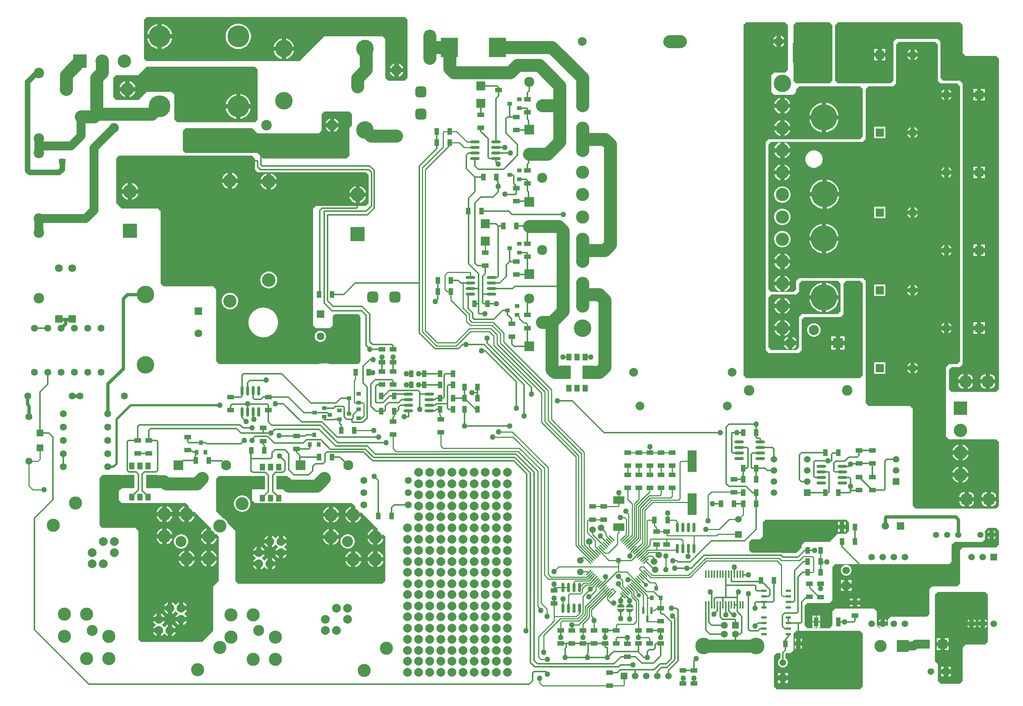
<source format=gtl>
%FSLAX42Y42*%
%MOMM*%
G71*
G01*
G75*
G04 Layer_Physical_Order=1*
G04 Layer_Color=255*
%ADD10C,0.10*%
%ADD11C,0.30*%
%ADD12R,1.60X1.00*%
%ADD13R,1.00X1.60*%
%ADD14R,0.90X1.00*%
%ADD15R,1.00X0.90*%
%ADD16O,2.20X0.60*%
%ADD17R,2.60X1.70*%
%ADD18R,2.00X2.00*%
%ADD19R,2.00X2.00*%
%ADD20R,0.25X0.25*%
%ADD21R,4.00X4.50*%
%ADD22R,1.60X1.00*%
%ADD23R,1.00X1.60*%
%ADD24R,3.00X1.50*%
%ADD25R,1.30X1.52*%
%ADD26R,2.54X3.05*%
%ADD27O,0.60X2.20*%
%ADD28R,0.60X1.50*%
%ADD29R,1.20X0.60*%
%ADD30R,0.35X1.80*%
%ADD31O,0.35X1.80*%
%ADD32R,1.05X2.00*%
%ADD33R,10.55X8.40*%
%ADD34R,2.00X5.00*%
G04:AMPARAMS|DCode=35|XSize=0.3mm|YSize=1.8mm|CornerRadius=0mm|HoleSize=0mm|Usage=FLASHONLY|Rotation=45.000|XOffset=0mm|YOffset=0mm|HoleType=Round|Shape=Round|*
%AMOVALD35*
21,1,1.50,0.30,0.00,0.00,135.0*
1,1,0.30,0.53,-0.53*
1,1,0.30,-0.53,0.53*
%
%ADD35OVALD35*%

G04:AMPARAMS|DCode=36|XSize=0.3mm|YSize=1.8mm|CornerRadius=0mm|HoleSize=0mm|Usage=FLASHONLY|Rotation=135.000|XOffset=0mm|YOffset=0mm|HoleType=Round|Shape=Round|*
%AMOVALD36*
21,1,1.50,0.30,0.00,0.00,225.0*
1,1,0.30,0.53,0.53*
1,1,0.30,-0.53,-0.53*
%
%ADD36OVALD36*%

%ADD37R,1.60X1.60*%
%ADD38C,1.50*%
%ADD39C,1.00*%
%ADD40C,0.25*%
%ADD41C,0.35*%
%ADD42C,3.00*%
%ADD43C,0.75*%
%ADD44C,2.00*%
%ADD45C,1.25*%
%ADD46C,0.50*%
%ADD47R,1.50X1.50*%
%ADD48C,6.00*%
%ADD49C,1.60*%
%ADD50C,4.00*%
%ADD51C,2.30*%
%ADD52R,2.30X2.30*%
%ADD53R,1.50X1.50*%
%ADD54C,1.85*%
%ADD55R,1.85X1.85*%
%ADD56C,2.40*%
%ADD57R,3.20X3.20*%
%ADD58C,3.20*%
%ADD59C,3.00*%
%ADD60C,3.10*%
%ADD61R,1.70X1.70*%
%ADD62C,1.70*%
%ADD63R,1.70X1.70*%
%ADD64C,2.00*%
%ADD65R,1.80X1.80*%
%ADD66C,1.80*%
%ADD67C,1.40*%
%ADD68C,1.52*%
%ADD69R,1.52X1.52*%
%ADD70C,3.80*%
%ADD71C,5.00*%
%ADD72C,2.50*%
%ADD73C,2.20*%
%ADD74R,3.05X3.05*%
%ADD75C,3.05*%
G04:AMPARAMS|DCode=76|XSize=2.5mm|YSize=2.5mm|CornerRadius=0.63mm|HoleSize=0mm|Usage=FLASHONLY|Rotation=0.000|XOffset=0mm|YOffset=0mm|HoleType=Round|Shape=RoundedRectangle|*
%AMROUNDEDRECTD76*
21,1,2.50,1.25,0,0,0.0*
21,1,1.25,2.50,0,0,0.0*
1,1,1.25,0.63,-0.63*
1,1,1.25,-0.63,-0.63*
1,1,1.25,-0.63,0.63*
1,1,1.25,0.63,0.63*
%
%ADD76ROUNDEDRECTD76*%
G04:AMPARAMS|DCode=77|XSize=2.5mm|YSize=2.5mm|CornerRadius=0.63mm|HoleSize=0mm|Usage=FLASHONLY|Rotation=90.000|XOffset=0mm|YOffset=0mm|HoleType=Round|Shape=RoundedRectangle|*
%AMROUNDEDRECTD77*
21,1,2.50,1.25,0,0,90.0*
21,1,1.25,2.50,0,0,90.0*
1,1,1.25,0.63,0.63*
1,1,1.25,0.63,-0.63*
1,1,1.25,-0.63,-0.63*
1,1,1.25,-0.63,0.63*
%
%ADD77ROUNDEDRECTD77*%
%ADD78C,2.80*%
%ADD79R,2.80X2.80*%
%ADD80R,3.05X3.05*%
%ADD81R,2.30X2.30*%
%ADD82R,1.78X1.78*%
%ADD83C,1.78*%
%ADD84C,1.27*%
G36*
X22415Y3683D02*
Y3365D01*
X22352Y3302D01*
X21590D01*
X21526Y3238D01*
Y2476D01*
X21463Y2413D01*
X20891D01*
X20828Y2350D01*
Y1778D01*
X20765Y1715D01*
X19939D01*
X19876Y1651D01*
Y1524D01*
X19862Y1511D01*
X19863Y1512D01*
X19659D01*
X19662Y1505D01*
X19681Y1481D01*
X19704Y1463D01*
X19711Y1460D01*
X19685D01*
X19621Y1524D01*
Y1842D01*
X19558Y1905D01*
X18669D01*
X18605Y1842D01*
Y1524D01*
X18542Y1460D01*
X18034D01*
X17971Y1524D01*
Y1968D01*
X18034Y2032D01*
X18542D01*
X18605Y2095D01*
Y2858D01*
X18669Y2921D01*
X21273D01*
X21336Y2984D01*
Y3365D01*
X21399Y3429D01*
X22035D01*
X22098Y3492D01*
Y3557D01*
X22102Y3566D01*
X22105Y3594D01*
X22102Y3622D01*
X22098Y3631D01*
Y3683D01*
X22162Y3747D01*
X22352D01*
X22415Y3683D01*
D02*
G37*
G36*
X5461Y14224D02*
Y13081D01*
X5397Y13018D01*
X3619D01*
X3556Y13081D01*
Y13652D01*
X3492Y13716D01*
X2921D01*
X2731Y13526D01*
X2223D01*
X2159Y13589D01*
Y14034D01*
X2223Y14097D01*
X2731D01*
X2921Y14288D01*
X5397D01*
X5461Y14224D01*
D02*
G37*
G36*
X7620Y13208D02*
Y12954D01*
X7557Y12890D01*
Y12256D01*
X7493Y12192D01*
X5588D01*
X5461Y12319D01*
X3810D01*
X3747Y12382D01*
Y12827D01*
X3810Y12890D01*
X5334D01*
X5461Y12764D01*
X6858D01*
X6921Y12827D01*
Y13208D01*
X6985Y13271D01*
X7557D01*
X7620Y13208D01*
D02*
G37*
G36*
X19812Y1460D02*
X19811D01*
X19812Y1461D01*
X19812Y1460D01*
D02*
G37*
G36*
X2350Y4863D02*
X2515D01*
Y4763D01*
X2350D01*
Y4661D01*
X2286Y4597D01*
Y4381D01*
X2350Y4318D01*
X3810D01*
X3881Y4247D01*
X3885Y4245D01*
Y4114D01*
X4017D01*
X4018Y4110D01*
X4389Y3739D01*
X4393Y3737D01*
Y3606D01*
X4525D01*
X4526Y3602D01*
X4572Y3556D01*
Y2540D01*
X4445Y2413D01*
Y1397D01*
X4191Y1143D01*
X2794D01*
X2731Y1206D01*
Y3683D01*
X2667Y3747D01*
X1905D01*
X1842Y3810D01*
Y4890D01*
X1918Y4966D01*
X2350D01*
Y4863D01*
D02*
G37*
G36*
X8890Y15367D02*
Y14034D01*
X8826Y13970D01*
X8446D01*
X8382Y14034D01*
Y14923D01*
X8318Y14986D01*
X6985D01*
X6414Y14415D01*
X2921D01*
X2858Y14478D01*
Y15367D01*
X2921Y15430D01*
X8826D01*
X8890Y15367D01*
D02*
G37*
G36*
X18605Y15240D02*
Y13970D01*
X18542Y13907D01*
X17780D01*
X17716Y13970D01*
Y15240D01*
X17780Y15304D01*
X18542D01*
X18605Y15240D01*
D02*
G37*
G36*
X17590D02*
Y14224D01*
X17526Y14160D01*
X17272D01*
X17209Y14097D01*
Y13716D01*
X17272Y13652D01*
X17716D01*
X17780Y13716D01*
Y13779D01*
X17843Y13843D01*
X19240D01*
X19304Y13779D01*
Y12700D01*
X19240Y12636D01*
X17145D01*
X17082Y12573D01*
Y7811D01*
X17145Y7747D01*
X17843D01*
X17907Y7811D01*
Y8509D01*
X17971Y8572D01*
X18796D01*
X18860Y8636D01*
Y9335D01*
X18923Y9398D01*
X19240D01*
X19304Y9335D01*
Y7239D01*
X19240Y7175D01*
X16637D01*
X16574Y7239D01*
Y15240D01*
X16637Y15304D01*
X17526D01*
X17590Y15240D01*
D02*
G37*
G36*
X5397Y12192D02*
Y11938D01*
X5461Y11875D01*
X7938D01*
X8001Y11811D01*
Y11176D01*
X7938Y11112D01*
X6794D01*
X6731Y11049D01*
Y8382D01*
X6794Y8318D01*
X7112D01*
X7175Y8382D01*
Y8572D01*
X7239Y8636D01*
X7747D01*
X7811Y8572D01*
Y7557D01*
X7747Y7493D01*
X7113D01*
X7099Y7498D01*
X7042Y7509D01*
X6985Y7513D01*
X6928Y7509D01*
X6871Y7498D01*
X6857Y7493D01*
X4572D01*
X4508Y7557D01*
Y9207D01*
X4445Y9271D01*
X3302D01*
X3238Y9335D01*
Y10986D01*
X3175Y11049D01*
X2350D01*
X2223Y11176D01*
Y12192D01*
X2286Y12256D01*
X5334D01*
X5397Y12192D01*
D02*
G37*
G36*
X18796Y9335D02*
Y8700D01*
X18732Y8636D01*
X17907D01*
X17843Y8572D01*
Y7874D01*
X17780Y7811D01*
X17209D01*
X17145Y7874D01*
Y9017D01*
X17209Y9081D01*
X17780D01*
X17843Y9144D01*
Y9335D01*
X17907Y9398D01*
X18732D01*
X18796Y9335D01*
D02*
G37*
G36*
X21590Y15240D02*
Y14605D01*
X21654Y14541D01*
X22352D01*
X22415Y14478D01*
Y6921D01*
X22352Y6858D01*
X21336D01*
X21273Y6921D01*
Y7366D01*
X21336Y7429D01*
X21526D01*
X21590Y7493D01*
Y13907D01*
X21526Y13970D01*
X21146D01*
X21082Y14034D01*
Y14859D01*
X21018Y14923D01*
X20066D01*
X20002Y14859D01*
Y13970D01*
X19939Y13907D01*
X18732D01*
X18669Y13970D01*
Y15240D01*
X18732Y15304D01*
X21526D01*
X21590Y15240D01*
D02*
G37*
G36*
X18987Y3874D02*
Y3683D01*
X18923Y3619D01*
X18732D01*
X18542Y3429D01*
X17971D01*
X17907Y3365D01*
Y3302D01*
X17780Y3175D01*
X17461D01*
X17459Y3177D01*
X17437Y3181D01*
X17437Y3181D01*
X16758D01*
X16701Y3238D01*
Y3429D01*
X16764Y3492D01*
X16954D01*
X17018Y3556D01*
Y3874D01*
X17082Y3937D01*
X18923D01*
X18987Y3874D01*
D02*
G37*
G36*
X21018Y14796D02*
Y13970D01*
X21082Y13907D01*
X21463D01*
X21526Y13843D01*
Y7557D01*
X21463Y7493D01*
X21273D01*
X21209Y7429D01*
Y5842D01*
X21273Y5778D01*
X22352D01*
X22415Y5715D01*
Y4254D01*
X22352Y4191D01*
X20510D01*
X20447Y4254D01*
Y6477D01*
X20384Y6540D01*
X19431D01*
X19368Y6604D01*
Y9398D01*
X19304Y9461D01*
X17843D01*
X17780Y9398D01*
Y9207D01*
X17716Y9144D01*
X17209D01*
X17145Y9207D01*
Y12510D01*
X17209Y12573D01*
X19304D01*
X19368Y12636D01*
Y13779D01*
X19431Y13843D01*
X20002D01*
X20066Y13907D01*
Y14796D01*
X20129Y14859D01*
X20955D01*
X21018Y14796D01*
D02*
G37*
G36*
X5332Y4838D02*
X5497D01*
Y4738D01*
X5332D01*
Y4597D01*
X5334D01*
Y4381D01*
X5397Y4318D01*
X7620D01*
X7710Y4228D01*
X7695Y4233D01*
Y4101D01*
X7827D01*
X7822Y4116D01*
X8218Y3720D01*
X8203Y3725D01*
Y3593D01*
X8335D01*
X8330Y3608D01*
X8382Y3556D01*
Y2540D01*
X8318Y2476D01*
X5017D01*
X4953Y2540D01*
Y3683D01*
X4774Y3862D01*
X4772Y3870D01*
X4755Y3902D01*
X4731Y3931D01*
X4702Y3954D01*
X4670Y3972D01*
X4662Y3974D01*
X4508Y4128D01*
Y4877D01*
X4572Y4940D01*
X5332D01*
Y4838D01*
D02*
G37*
G36*
X22162Y2223D02*
Y1143D01*
X22098Y1080D01*
X21654D01*
X21590Y1016D01*
Y254D01*
X21526Y190D01*
X21082D01*
X21018Y254D01*
Y635D01*
X20955Y699D01*
Y1206D01*
Y2223D01*
X21018Y2286D01*
X22098D01*
X22162Y2223D01*
D02*
G37*
G36*
X19304Y1334D02*
Y127D01*
X19240Y63D01*
X17335D01*
X17272Y127D01*
Y826D01*
X17335Y889D01*
X17419D01*
Y769D01*
X17418Y769D01*
X17395Y751D01*
X17376Y727D01*
X17365Y700D01*
X17361Y670D01*
X17365Y641D01*
X17376Y613D01*
X17395Y590D01*
X17418Y572D01*
X17446Y560D01*
X17475Y556D01*
X17505Y560D01*
X17532Y572D01*
X17556Y590D01*
X17574Y613D01*
X17585Y641D01*
X17589Y670D01*
X17585Y700D01*
X17574Y727D01*
X17556Y751D01*
X17532Y769D01*
X17532Y769D01*
Y878D01*
X17543Y889D01*
X17653D01*
X17716Y952D01*
Y1334D01*
X17780Y1397D01*
X19240D01*
X19304Y1334D01*
D02*
G37*
%LPC*%
G36*
X7319Y4001D02*
X7187D01*
Y3870D01*
X7210Y3877D01*
X7242Y3894D01*
X7271Y3918D01*
X7295Y3946D01*
X7312Y3979D01*
X7319Y4001D01*
D02*
G37*
G36*
X7595D02*
X7464D01*
X7471Y3979D01*
X7488Y3946D01*
X7512Y3918D01*
X7540Y3894D01*
X7573Y3877D01*
X7595Y3870D01*
Y4001D01*
D02*
G37*
G36*
X3277Y4014D02*
X3146D01*
X3153Y3992D01*
X3170Y3959D01*
X3194Y3930D01*
X3222Y3907D01*
X3255Y3889D01*
X3277Y3883D01*
Y4014D01*
D02*
G37*
G36*
X7827Y4001D02*
X7695D01*
Y3870D01*
X7718Y3877D01*
X7750Y3894D01*
X7779Y3918D01*
X7803Y3946D01*
X7820Y3979D01*
X7827Y4001D01*
D02*
G37*
G36*
X18776Y3890D02*
X18738D01*
Y3822D01*
X18776D01*
Y3890D01*
D02*
G37*
G36*
X18914Y3722D02*
X18876D01*
Y3654D01*
X18914D01*
Y3722D01*
D02*
G37*
G36*
X7087Y4001D02*
X6956D01*
X6963Y3979D01*
X6980Y3946D01*
X7004Y3918D01*
X7032Y3894D01*
X7065Y3877D01*
X7087Y3870D01*
Y4001D01*
D02*
G37*
G36*
X18914Y3890D02*
X18876D01*
Y3822D01*
X18914D01*
Y3890D01*
D02*
G37*
G36*
X3509Y4014D02*
X3377D01*
Y3883D01*
X3400Y3889D01*
X3432Y3907D01*
X3461Y3930D01*
X3485Y3959D01*
X3502Y3992D01*
X3509Y4014D01*
D02*
G37*
G36*
X3377Y4245D02*
Y4114D01*
X3509D01*
X3502Y4136D01*
X3485Y4169D01*
X3461Y4198D01*
X3432Y4221D01*
X3400Y4239D01*
X3377Y4245D01*
D02*
G37*
G36*
X3277D02*
X3255Y4239D01*
X3222Y4221D01*
X3194Y4198D01*
X3170Y4169D01*
X3153Y4136D01*
X3146Y4114D01*
X3277D01*
Y4245D01*
D02*
G37*
G36*
X5105Y4494D02*
X5069Y4491D01*
X5033Y4480D01*
X5000Y4462D01*
X4972Y4439D01*
X4948Y4410D01*
X4931Y4378D01*
X4920Y4342D01*
X4916Y4305D01*
X4920Y4268D01*
X4931Y4233D01*
X4948Y4200D01*
X4972Y4172D01*
X5000Y4148D01*
X5033Y4131D01*
X5069Y4120D01*
X5105Y4116D01*
X5142Y4120D01*
X5178Y4131D01*
X5210Y4148D01*
X5239Y4172D01*
X5263Y4200D01*
X5280Y4233D01*
X5291Y4268D01*
X5294Y4305D01*
X5291Y4342D01*
X5280Y4378D01*
X5263Y4410D01*
X5239Y4439D01*
X5210Y4462D01*
X5178Y4480D01*
X5142Y4491D01*
X5105Y4494D01*
D02*
G37*
G36*
X3785Y4245D02*
X3763Y4239D01*
X3730Y4221D01*
X3702Y4198D01*
X3678Y4169D01*
X3661Y4136D01*
X3654Y4114D01*
X3785D01*
Y4245D01*
D02*
G37*
G36*
X7595Y4233D02*
X7573Y4226D01*
X7540Y4208D01*
X7512Y4185D01*
X7488Y4156D01*
X7471Y4124D01*
X7464Y4101D01*
X7595D01*
Y4233D01*
D02*
G37*
G36*
X4017Y4014D02*
X3885D01*
Y3883D01*
X3908Y3889D01*
X3940Y3907D01*
X3969Y3930D01*
X3993Y3959D01*
X4010Y3992D01*
X4017Y4014D01*
D02*
G37*
G36*
X3785D02*
X3654D01*
X3661Y3992D01*
X3678Y3959D01*
X3702Y3930D01*
X3730Y3907D01*
X3763Y3889D01*
X3785Y3883D01*
Y4014D01*
D02*
G37*
G36*
X7187Y4233D02*
Y4101D01*
X7319D01*
X7312Y4124D01*
X7295Y4156D01*
X7271Y4185D01*
X7242Y4208D01*
X7210Y4226D01*
X7187Y4233D01*
D02*
G37*
G36*
X7087D02*
X7065Y4226D01*
X7032Y4208D01*
X7004Y4185D01*
X6980Y4156D01*
X6963Y4124D01*
X6956Y4101D01*
X7087D01*
Y4233D01*
D02*
G37*
G36*
X18776Y3722D02*
X18738D01*
Y3654D01*
X18776D01*
Y3722D01*
D02*
G37*
G36*
X6044Y3570D02*
Y3492D01*
X6123D01*
X6115Y3511D01*
X6093Y3540D01*
X6064Y3562D01*
X6044Y3570D01*
D02*
G37*
G36*
X5690D02*
X5671Y3562D01*
X5642Y3540D01*
X5620Y3511D01*
X5612Y3492D01*
X5690D01*
Y3570D01*
D02*
G37*
G36*
X22200Y3544D02*
X22154D01*
X22156Y3540D01*
X22173Y3517D01*
X22196Y3500D01*
X22200Y3498D01*
Y3544D01*
D02*
G37*
G36*
X5944Y3570D02*
X5925Y3562D01*
X5896Y3540D01*
X5874Y3511D01*
X5867Y3496D01*
X5861Y3511D01*
X5839Y3540D01*
X5810Y3562D01*
X5790Y3570D01*
Y3442D01*
Y3313D01*
X5810Y3321D01*
X5839Y3343D01*
X5861Y3372D01*
X5867Y3387D01*
X5874Y3372D01*
X5896Y3343D01*
X5925Y3321D01*
X5940Y3315D01*
X5925Y3308D01*
X5896Y3286D01*
X5874Y3257D01*
X5866Y3238D01*
X6123D01*
X6115Y3257D01*
X6093Y3286D01*
X6064Y3308D01*
X6049Y3315D01*
X6064Y3321D01*
X6093Y3343D01*
X6115Y3372D01*
X6123Y3392D01*
X5994D01*
Y3442D01*
X5944D01*
Y3570D01*
D02*
G37*
G36*
X4525Y3506D02*
X4393D01*
Y3375D01*
X4416Y3381D01*
X4448Y3399D01*
X4477Y3422D01*
X4501Y3451D01*
X4518Y3484D01*
X4525Y3506D01*
D02*
G37*
G36*
X3277D02*
X3146D01*
X3153Y3484D01*
X3170Y3451D01*
X3194Y3422D01*
X3222Y3399D01*
X3255Y3381D01*
X3277Y3375D01*
Y3506D01*
D02*
G37*
G36*
X8335Y3493D02*
X8203D01*
Y3362D01*
X8226Y3369D01*
X8258Y3386D01*
X8287Y3410D01*
X8311Y3438D01*
X8328Y3471D01*
X8335Y3493D01*
D02*
G37*
G36*
X4293Y3506D02*
X4162D01*
X4169Y3484D01*
X4186Y3451D01*
X4210Y3422D01*
X4238Y3399D01*
X4271Y3381D01*
X4293Y3375D01*
Y3506D01*
D02*
G37*
G36*
X3509D02*
X3377D01*
Y3375D01*
X3400Y3381D01*
X3432Y3399D01*
X3461Y3422D01*
X3485Y3451D01*
X3502Y3484D01*
X3509Y3506D01*
D02*
G37*
G36*
X4293Y3737D02*
X4271Y3731D01*
X4238Y3713D01*
X4210Y3690D01*
X4186Y3661D01*
X4169Y3628D01*
X4162Y3606D01*
X4293D01*
Y3737D01*
D02*
G37*
G36*
X3377D02*
Y3606D01*
X3509D01*
X3502Y3628D01*
X3485Y3661D01*
X3461Y3690D01*
X3432Y3713D01*
X3400Y3731D01*
X3377Y3737D01*
D02*
G37*
G36*
X22300Y3690D02*
Y3644D01*
X22347D01*
X22345Y3649D01*
X22327Y3671D01*
X22305Y3689D01*
X22300Y3690D01*
D02*
G37*
G36*
X22200D02*
X22196Y3689D01*
X22173Y3671D01*
X22156Y3649D01*
X22154Y3644D01*
X22200D01*
Y3690D01*
D02*
G37*
G36*
X3277Y3737D02*
X3255Y3731D01*
X3222Y3713D01*
X3194Y3690D01*
X3170Y3661D01*
X3153Y3628D01*
X3146Y3606D01*
X3277D01*
Y3737D01*
D02*
G37*
G36*
X7087Y3725D02*
X7065Y3718D01*
X7032Y3700D01*
X7004Y3677D01*
X6980Y3648D01*
X6963Y3616D01*
X6956Y3593D01*
X7087D01*
Y3725D01*
D02*
G37*
G36*
X22347Y3544D02*
X22300D01*
Y3498D01*
X22305Y3500D01*
X22327Y3517D01*
X22345Y3540D01*
X22347Y3544D01*
D02*
G37*
G36*
X8103Y3725D02*
X8081Y3718D01*
X8048Y3700D01*
X8020Y3677D01*
X7996Y3648D01*
X7979Y3616D01*
X7972Y3593D01*
X8103D01*
Y3725D01*
D02*
G37*
G36*
X7187D02*
Y3593D01*
X7319D01*
X7312Y3616D01*
X7295Y3648D01*
X7271Y3677D01*
X7242Y3700D01*
X7210Y3718D01*
X7187Y3725D01*
D02*
G37*
G36*
X22112Y7263D02*
X22099D01*
X22073Y7260D01*
X22048Y7250D01*
X22027Y7234D01*
X22011Y7213D01*
X22001Y7188D01*
X21998Y7162D01*
Y7149D01*
X22112D01*
Y7263D01*
D02*
G37*
G36*
X21716D02*
X21704D01*
Y7149D01*
X21817D01*
Y7162D01*
X21814Y7188D01*
X21804Y7213D01*
X21788Y7234D01*
X21767Y7250D01*
X21742Y7260D01*
X21716Y7263D01*
D02*
G37*
G36*
X17588Y270D02*
X17525D01*
Y207D01*
X17588D01*
Y270D01*
D02*
G37*
G36*
X22224Y7263D02*
X22212D01*
Y7149D01*
X22325D01*
Y7162D01*
X22322Y7188D01*
X22312Y7213D01*
X22296Y7234D01*
X22275Y7250D01*
X22250Y7260D01*
X22224Y7263D01*
D02*
G37*
G36*
X21604D02*
X21591D01*
X21565Y7260D01*
X21540Y7250D01*
X21519Y7234D01*
X21503Y7213D01*
X21493Y7188D01*
X21490Y7162D01*
Y7149D01*
X21604D01*
Y7263D01*
D02*
G37*
G36*
X21817Y7049D02*
X21704D01*
Y6935D01*
X21716D01*
X21742Y6939D01*
X21767Y6949D01*
X21788Y6965D01*
X21804Y6986D01*
X21814Y7011D01*
X21817Y7037D01*
Y7049D01*
D02*
G37*
G36*
X21604D02*
X21490D01*
Y7037D01*
X21493Y7011D01*
X21503Y6986D01*
X21519Y6965D01*
X21540Y6949D01*
X21565Y6939D01*
X21591Y6935D01*
X21604D01*
Y7049D01*
D02*
G37*
G36*
X22325D02*
X22212D01*
Y6935D01*
X22224D01*
X22250Y6939D01*
X22275Y6949D01*
X22296Y6965D01*
X22312Y6986D01*
X22322Y7011D01*
X22325Y7037D01*
Y7049D01*
D02*
G37*
G36*
X22112D02*
X21998D01*
Y7037D01*
X22001Y7011D01*
X22011Y6986D01*
X22027Y6965D01*
X22048Y6949D01*
X22073Y6939D01*
X22099Y6935D01*
X22112D01*
Y7049D01*
D02*
G37*
G36*
X18681Y7923D02*
X18578D01*
Y7820D01*
X18681D01*
Y7923D01*
D02*
G37*
G36*
X17425Y270D02*
X17362D01*
Y207D01*
X17425D01*
Y270D01*
D02*
G37*
G36*
X17591Y7923D02*
X17496D01*
X17499Y7914D01*
X17513Y7888D01*
X17532Y7865D01*
X17555Y7845D01*
X17582Y7831D01*
X17591Y7828D01*
Y7923D01*
D02*
G37*
G36*
X18884D02*
X18781D01*
Y7820D01*
X18884D01*
Y7923D01*
D02*
G37*
G36*
X20491Y7525D02*
Y7454D01*
X20562D01*
X20555Y7470D01*
X20534Y7497D01*
X20507Y7518D01*
X20491Y7525D01*
D02*
G37*
G36*
X20391Y7354D02*
X20320D01*
X20327Y7338D01*
X20348Y7311D01*
X20375Y7290D01*
X20391Y7283D01*
Y7354D01*
D02*
G37*
G36*
X19822Y7535D02*
X19560D01*
Y7274D01*
X19822D01*
Y7535D01*
D02*
G37*
G36*
X20391Y7525D02*
X20375Y7518D01*
X20348Y7497D01*
X20327Y7470D01*
X20320Y7454D01*
X20391D01*
Y7525D01*
D02*
G37*
G36*
X20562Y7354D02*
X20491D01*
Y7283D01*
X20507Y7290D01*
X20534Y7311D01*
X20555Y7338D01*
X20562Y7354D01*
D02*
G37*
G36*
X21156Y417D02*
X21093D01*
Y354D01*
X21156D01*
Y417D01*
D02*
G37*
G36*
X21629Y4571D02*
X21616D01*
X21590Y4567D01*
X21566Y4557D01*
X21545Y4541D01*
X21529Y4520D01*
X21518Y4496D01*
X21515Y4469D01*
Y4457D01*
X21629D01*
Y4571D01*
D02*
G37*
G36*
X22351Y4357D02*
X22237D01*
Y4243D01*
X22249D01*
X22276Y4246D01*
X22300Y4257D01*
X22321Y4273D01*
X22337Y4294D01*
X22347Y4318D01*
X22351Y4344D01*
Y4357D01*
D02*
G37*
G36*
X22137Y4571D02*
X22124D01*
X22098Y4567D01*
X22074Y4557D01*
X22053Y4541D01*
X22037Y4520D01*
X22026Y4496D01*
X22023Y4469D01*
Y4457D01*
X22137D01*
Y4571D01*
D02*
G37*
G36*
X21741D02*
X21729D01*
Y4457D01*
X21843D01*
Y4469D01*
X21839Y4496D01*
X21829Y4520D01*
X21813Y4541D01*
X21792Y4557D01*
X21768Y4567D01*
X21741Y4571D01*
D02*
G37*
G36*
X22137Y4357D02*
X22023D01*
Y4344D01*
X22026Y4318D01*
X22037Y4294D01*
X22053Y4273D01*
X22074Y4257D01*
X22098Y4246D01*
X22124Y4243D01*
X22137D01*
Y4357D01*
D02*
G37*
G36*
X21319Y417D02*
X21256D01*
Y354D01*
X21319D01*
Y417D01*
D02*
G37*
G36*
X17425Y433D02*
X17362D01*
Y370D01*
X17425D01*
Y433D01*
D02*
G37*
G36*
X21843Y4357D02*
X21729D01*
Y4243D01*
X21741D01*
X21768Y4246D01*
X21792Y4257D01*
X21813Y4273D01*
X21829Y4294D01*
X21839Y4318D01*
X21843Y4344D01*
Y4357D01*
D02*
G37*
G36*
X21629D02*
X21515D01*
Y4344D01*
X21518Y4318D01*
X21529Y4294D01*
X21545Y4273D01*
X21566Y4257D01*
X21590Y4246D01*
X21616Y4243D01*
X21629D01*
Y4357D01*
D02*
G37*
G36*
X21723Y5424D02*
X21589D01*
Y5290D01*
X21612Y5297D01*
X21646Y5315D01*
X21675Y5338D01*
X21698Y5367D01*
X21716Y5400D01*
X21723Y5424D01*
D02*
G37*
G36*
X21489D02*
X21355D01*
X21362Y5400D01*
X21380Y5367D01*
X21404Y5338D01*
X21433Y5315D01*
X21466Y5297D01*
X21489Y5290D01*
Y5424D01*
D02*
G37*
G36*
X21589Y5658D02*
Y5524D01*
X21723D01*
X21716Y5547D01*
X21698Y5580D01*
X21675Y5609D01*
X21646Y5633D01*
X21612Y5651D01*
X21589Y5658D01*
D02*
G37*
G36*
X21489D02*
X21466Y5651D01*
X21433Y5633D01*
X21404Y5609D01*
X21380Y5580D01*
X21362Y5547D01*
X21355Y5524D01*
X21489D01*
Y5658D01*
D02*
G37*
G36*
X21589Y5150D02*
Y5016D01*
X21723D01*
X21716Y5039D01*
X21698Y5072D01*
X21675Y5101D01*
X21646Y5125D01*
X21612Y5143D01*
X21589Y5150D01*
D02*
G37*
G36*
X21489Y4916D02*
X21355D01*
X21362Y4892D01*
X21380Y4859D01*
X21404Y4830D01*
X21433Y4807D01*
X21466Y4789D01*
X21489Y4782D01*
Y4916D01*
D02*
G37*
G36*
X22249Y4571D02*
X22237D01*
Y4457D01*
X22351D01*
Y4469D01*
X22347Y4496D01*
X22337Y4520D01*
X22321Y4541D01*
X22300Y4557D01*
X22276Y4567D01*
X22249Y4571D01*
D02*
G37*
G36*
X21489Y5150D02*
X21466Y5143D01*
X21433Y5125D01*
X21404Y5101D01*
X21380Y5072D01*
X21362Y5039D01*
X21355Y5016D01*
X21489D01*
Y5150D01*
D02*
G37*
G36*
X21723Y4916D02*
X21589D01*
Y4782D01*
X21612Y4789D01*
X21646Y4807D01*
X21675Y4830D01*
X21698Y4859D01*
X21716Y4892D01*
X21723Y4916D01*
D02*
G37*
G36*
X8103Y3493D02*
X7972D01*
X7979Y3471D01*
X7996Y3438D01*
X8020Y3410D01*
X8048Y3386D01*
X8081Y3369D01*
X8103Y3362D01*
Y3493D01*
D02*
G37*
G36*
X22097Y1664D02*
Y1612D01*
X22149D01*
X22146Y1619D01*
X22128Y1643D01*
X22104Y1661D01*
X22097Y1664D01*
D02*
G37*
G36*
X21997D02*
X21990Y1661D01*
X21967Y1643D01*
X21948Y1619D01*
X21945Y1612D01*
X21997D01*
Y1664D01*
D02*
G37*
G36*
X18328Y1742D02*
X18250D01*
Y1617D01*
X18328D01*
Y1742D01*
D02*
G37*
G36*
X18224D02*
X18147D01*
Y1617D01*
X18224D01*
Y1742D01*
D02*
G37*
G36*
X21843Y1664D02*
Y1612D01*
X21895D01*
X21892Y1619D01*
X21874Y1643D01*
X21850Y1661D01*
X21843Y1664D01*
D02*
G37*
G36*
X19711D02*
X19704Y1661D01*
X19681Y1643D01*
X19662Y1619D01*
X19659Y1612D01*
X19711D01*
Y1664D01*
D02*
G37*
G36*
X3837Y1614D02*
X3758D01*
Y1535D01*
X3778Y1543D01*
X3807Y1565D01*
X3829Y1594D01*
X3837Y1614D01*
D02*
G37*
G36*
X21743Y1664D02*
X21736Y1661D01*
X21713Y1643D01*
X21694Y1619D01*
X21691Y1612D01*
X21743D01*
Y1664D01*
D02*
G37*
G36*
X19811D02*
Y1612D01*
X19863D01*
X19860Y1619D01*
X19842Y1643D01*
X19818Y1661D01*
X19811Y1664D01*
D02*
G37*
G36*
X21319Y580D02*
X21256D01*
Y517D01*
X21319D01*
Y580D01*
D02*
G37*
G36*
X3404Y2046D02*
X3385Y2038D01*
X3356Y2016D01*
X3334Y1987D01*
X3326Y1968D01*
X3404D01*
Y2046D01*
D02*
G37*
G36*
X3658D02*
X3639Y2038D01*
X3610Y2016D01*
X3588Y1987D01*
X3581Y1972D01*
X3575Y1987D01*
X3553Y2016D01*
X3524Y2038D01*
X3504Y2046D01*
Y1918D01*
Y1789D01*
X3524Y1797D01*
X3553Y1819D01*
X3575Y1848D01*
X3581Y1863D01*
X3588Y1848D01*
X3610Y1819D01*
X3639Y1797D01*
X3654Y1791D01*
X3639Y1784D01*
X3610Y1762D01*
X3588Y1733D01*
X3580Y1714D01*
X3837D01*
X3829Y1733D01*
X3807Y1762D01*
X3778Y1784D01*
X3763Y1791D01*
X3778Y1797D01*
X3807Y1819D01*
X3829Y1848D01*
X3837Y1868D01*
X3708D01*
Y1918D01*
X3658D01*
Y2046D01*
D02*
G37*
G36*
X3758D02*
Y1968D01*
X3837D01*
X3829Y1987D01*
X3807Y2016D01*
X3778Y2038D01*
X3758Y2046D01*
D02*
G37*
G36*
X19244Y1992D02*
X19176D01*
Y1954D01*
X19244D01*
Y1992D01*
D02*
G37*
G36*
X3250Y1792D02*
Y1714D01*
X3329D01*
X3321Y1733D01*
X3299Y1762D01*
X3270Y1784D01*
X3250Y1792D01*
D02*
G37*
G36*
X3150D02*
X3131Y1784D01*
X3102Y1762D01*
X3080Y1733D01*
X3072Y1714D01*
X3150D01*
Y1792D01*
D02*
G37*
G36*
X19076Y1992D02*
X19008D01*
Y1954D01*
X19076D01*
Y1992D01*
D02*
G37*
G36*
X3404Y1868D02*
X3326D01*
X3334Y1848D01*
X3356Y1819D01*
X3385Y1797D01*
X3404Y1789D01*
Y1868D01*
D02*
G37*
G36*
X3658Y1614D02*
X3580D01*
X3588Y1594D01*
X3610Y1565D01*
X3639Y1543D01*
X3658Y1535D01*
Y1614D01*
D02*
G37*
G36*
X3329D02*
X3072D01*
X3080Y1594D01*
X3102Y1565D01*
X3131Y1543D01*
X3146Y1537D01*
X3131Y1530D01*
X3102Y1508D01*
X3080Y1479D01*
X3072Y1460D01*
X3200D01*
Y1410D01*
X3250D01*
Y1281D01*
X3270Y1289D01*
X3299Y1311D01*
X3321Y1340D01*
X3327Y1355D01*
X3334Y1340D01*
X3356Y1311D01*
X3385Y1289D01*
X3404Y1281D01*
Y1410D01*
Y1538D01*
X3385Y1530D01*
X3356Y1508D01*
X3334Y1479D01*
X3327Y1464D01*
X3321Y1479D01*
X3299Y1508D01*
X3270Y1530D01*
X3255Y1537D01*
X3270Y1543D01*
X3299Y1565D01*
X3321Y1594D01*
X3329Y1614D01*
D02*
G37*
G36*
X3150Y1360D02*
X3072D01*
X3080Y1340D01*
X3102Y1311D01*
X3131Y1289D01*
X3150Y1281D01*
Y1360D01*
D02*
G37*
G36*
X3504Y1538D02*
Y1460D01*
X3583D01*
X3575Y1479D01*
X3553Y1508D01*
X3524Y1530D01*
X3504Y1538D01*
D02*
G37*
G36*
X3583Y1360D02*
X3504D01*
Y1281D01*
X3524Y1289D01*
X3553Y1311D01*
X3575Y1340D01*
X3583Y1360D01*
D02*
G37*
G36*
X17917Y1223D02*
X17878D01*
Y1155D01*
X17917D01*
Y1223D01*
D02*
G37*
G36*
X21268Y1230D02*
X21180D01*
Y1142D01*
X21268D01*
Y1230D01*
D02*
G37*
G36*
X21080D02*
X20991D01*
Y1142D01*
X21080D01*
Y1230D01*
D02*
G37*
G36*
X17778Y1223D02*
X17740D01*
Y1155D01*
X17778D01*
Y1223D01*
D02*
G37*
G36*
X17917Y1055D02*
X17878D01*
Y987D01*
X17917D01*
Y1055D01*
D02*
G37*
G36*
X21080Y1042D02*
X20991D01*
Y954D01*
X21080D01*
Y1042D01*
D02*
G37*
G36*
X22149Y1512D02*
X22097D01*
Y1460D01*
X22104Y1463D01*
X22128Y1481D01*
X22146Y1505D01*
X22149Y1512D01*
D02*
G37*
G36*
X18328Y1591D02*
X18250D01*
Y1466D01*
X18328D01*
Y1591D01*
D02*
G37*
G36*
X18224D02*
X18147D01*
Y1466D01*
X18224D01*
Y1591D01*
D02*
G37*
G36*
X21997Y1512D02*
X21945D01*
X21948Y1505D01*
X21967Y1481D01*
X21990Y1463D01*
X21997Y1460D01*
Y1512D01*
D02*
G37*
G36*
X21895D02*
X21843D01*
Y1460D01*
X21850Y1463D01*
X21874Y1481D01*
X21892Y1505D01*
X21895Y1512D01*
D02*
G37*
G36*
X21743D02*
X21691D01*
X21694Y1505D01*
X21713Y1481D01*
X21736Y1463D01*
X21743Y1460D01*
Y1512D01*
D02*
G37*
G36*
X21268Y1042D02*
X21180D01*
Y954D01*
X21268D01*
Y1042D01*
D02*
G37*
G36*
X17778Y1055D02*
X17740D01*
Y987D01*
X17778D01*
Y1055D01*
D02*
G37*
G36*
X19076Y2130D02*
X19008D01*
Y2092D01*
X19076D01*
Y2130D01*
D02*
G37*
G36*
X3785Y3229D02*
X3763Y3223D01*
X3730Y3205D01*
X3702Y3182D01*
X3678Y3153D01*
X3661Y3120D01*
X3654Y3098D01*
X3785D01*
Y3229D01*
D02*
G37*
G36*
X8203Y3217D02*
Y3085D01*
X8335D01*
X8328Y3108D01*
X8311Y3140D01*
X8287Y3169D01*
X8258Y3192D01*
X8226Y3210D01*
X8203Y3217D01*
D02*
G37*
G36*
X4293Y3229D02*
X4271Y3223D01*
X4238Y3205D01*
X4210Y3182D01*
X4186Y3153D01*
X4169Y3120D01*
X4162Y3098D01*
X4293D01*
Y3229D01*
D02*
G37*
G36*
X3885D02*
Y3098D01*
X4017D01*
X4010Y3120D01*
X3993Y3153D01*
X3969Y3182D01*
X3940Y3205D01*
X3908Y3223D01*
X3885Y3229D01*
D02*
G37*
G36*
X8103Y3217D02*
X8081Y3210D01*
X8048Y3192D01*
X8020Y3169D01*
X7996Y3140D01*
X7979Y3108D01*
X7972Y3085D01*
X8103D01*
Y3217D01*
D02*
G37*
G36*
X6123Y3138D02*
X6044D01*
Y3059D01*
X6064Y3067D01*
X6093Y3089D01*
X6115Y3118D01*
X6123Y3138D01*
D02*
G37*
G36*
X5944D02*
X5866D01*
X5874Y3118D01*
X5896Y3089D01*
X5925Y3067D01*
X5944Y3059D01*
Y3138D01*
D02*
G37*
G36*
X7695Y3217D02*
Y3085D01*
X7827D01*
X7820Y3108D01*
X7803Y3140D01*
X7779Y3169D01*
X7750Y3192D01*
X7718Y3210D01*
X7695Y3217D01*
D02*
G37*
G36*
X7595D02*
X7573Y3210D01*
X7540Y3192D01*
X7512Y3169D01*
X7488Y3140D01*
X7471Y3108D01*
X7464Y3085D01*
X7595D01*
Y3217D01*
D02*
G37*
G36*
X5690Y3392D02*
X5612D01*
X5620Y3372D01*
X5642Y3343D01*
X5671Y3321D01*
X5690Y3313D01*
Y3392D01*
D02*
G37*
G36*
X7518Y3606D02*
X7486Y3602D01*
X7456Y3593D01*
X7427Y3578D01*
X7403Y3558D01*
X7382Y3533D01*
X7367Y3504D01*
X7358Y3474D01*
X7355Y3442D01*
X7358Y3410D01*
X7367Y3379D01*
X7382Y3351D01*
X7403Y3326D01*
X7427Y3305D01*
X7456Y3290D01*
X7486Y3281D01*
X7518Y3278D01*
X7550Y3281D01*
X7581Y3290D01*
X7609Y3305D01*
X7634Y3326D01*
X7655Y3351D01*
X7670Y3379D01*
X7679Y3410D01*
X7682Y3442D01*
X7679Y3474D01*
X7670Y3504D01*
X7655Y3533D01*
X7634Y3558D01*
X7609Y3578D01*
X7581Y3593D01*
X7550Y3602D01*
X7518Y3606D01*
D02*
G37*
G36*
X7319Y3493D02*
X7187D01*
Y3362D01*
X7210Y3369D01*
X7242Y3386D01*
X7271Y3410D01*
X7295Y3438D01*
X7312Y3471D01*
X7319Y3493D01*
D02*
G37*
G36*
X7087D02*
X6956D01*
X6963Y3471D01*
X6980Y3438D01*
X7004Y3410D01*
X7032Y3386D01*
X7065Y3369D01*
X7087Y3362D01*
Y3493D01*
D02*
G37*
G36*
X3708Y3606D02*
X3676Y3602D01*
X3646Y3593D01*
X3617Y3578D01*
X3593Y3558D01*
X3572Y3533D01*
X3557Y3504D01*
X3548Y3474D01*
X3545Y3442D01*
X3548Y3410D01*
X3557Y3379D01*
X3572Y3351D01*
X3593Y3326D01*
X3617Y3305D01*
X3646Y3290D01*
X3676Y3281D01*
X3708Y3278D01*
X3740Y3281D01*
X3771Y3290D01*
X3799Y3305D01*
X3824Y3326D01*
X3845Y3351D01*
X3860Y3379D01*
X3869Y3410D01*
X3872Y3442D01*
X3869Y3474D01*
X3860Y3504D01*
X3845Y3533D01*
X3824Y3558D01*
X3799Y3578D01*
X3771Y3593D01*
X3740Y3602D01*
X3708Y3606D01*
D02*
G37*
G36*
X17588Y433D02*
X17525D01*
Y370D01*
X17588D01*
Y433D01*
D02*
G37*
G36*
X4393Y3229D02*
Y3098D01*
X4525D01*
X4518Y3120D01*
X4501Y3153D01*
X4477Y3182D01*
X4448Y3205D01*
X4416Y3223D01*
X4393Y3229D01*
D02*
G37*
G36*
X5536Y3316D02*
Y3238D01*
X5615D01*
X5607Y3257D01*
X5585Y3286D01*
X5556Y3308D01*
X5536Y3316D01*
D02*
G37*
G36*
X5436D02*
X5417Y3308D01*
X5388Y3286D01*
X5366Y3257D01*
X5358Y3238D01*
X5436D01*
Y3316D01*
D02*
G37*
G36*
X5790Y3062D02*
Y2984D01*
X5869D01*
X5861Y3003D01*
X5839Y3032D01*
X5810Y3054D01*
X5790Y3062D01*
D02*
G37*
G36*
X5436Y2884D02*
X5358D01*
X5366Y2864D01*
X5388Y2835D01*
X5417Y2813D01*
X5436Y2805D01*
Y2884D01*
D02*
G37*
G36*
X18923Y2905D02*
X18891Y2901D01*
X18861Y2889D01*
X18835Y2869D01*
X18815Y2843D01*
X18803Y2813D01*
X18799Y2781D01*
X18803Y2749D01*
X18815Y2719D01*
X18835Y2694D01*
X18861Y2674D01*
X18891Y2661D01*
X18923Y2657D01*
X18955Y2661D01*
X18985Y2674D01*
X19011Y2694D01*
X19031Y2719D01*
X19043Y2749D01*
X19047Y2781D01*
X19043Y2813D01*
X19031Y2843D01*
X19011Y2869D01*
X18985Y2889D01*
X18955Y2901D01*
X18923Y2905D01*
D02*
G37*
G36*
X5615Y3138D02*
X5358D01*
X5366Y3118D01*
X5388Y3089D01*
X5417Y3067D01*
X5432Y3061D01*
X5417Y3054D01*
X5388Y3032D01*
X5366Y3003D01*
X5358Y2984D01*
X5486D01*
Y2934D01*
X5536D01*
Y2805D01*
X5556Y2813D01*
X5585Y2835D01*
X5607Y2864D01*
X5613Y2879D01*
X5620Y2864D01*
X5642Y2835D01*
X5671Y2813D01*
X5690Y2805D01*
Y2934D01*
Y3062D01*
X5671Y3054D01*
X5642Y3032D01*
X5620Y3003D01*
X5613Y2988D01*
X5607Y3003D01*
X5585Y3032D01*
X5556Y3054D01*
X5541Y3061D01*
X5556Y3067D01*
X5585Y3089D01*
X5607Y3118D01*
X5615Y3138D01*
D02*
G37*
G36*
X21156Y580D02*
X21093D01*
Y517D01*
X21156D01*
Y580D01*
D02*
G37*
G36*
X19046Y2554D02*
X18973D01*
Y2481D01*
X19046D01*
Y2554D01*
D02*
G37*
G36*
X18873Y2381D02*
X18800D01*
Y2308D01*
X18873D01*
Y2381D01*
D02*
G37*
G36*
X19244Y2130D02*
X19176D01*
Y2092D01*
X19244D01*
Y2130D01*
D02*
G37*
G36*
X18873Y2554D02*
X18800D01*
Y2481D01*
X18873D01*
Y2554D01*
D02*
G37*
G36*
X19046Y2381D02*
X18973D01*
Y2308D01*
X19046D01*
Y2381D01*
D02*
G37*
G36*
X4017Y2998D02*
X3885D01*
Y2867D01*
X3908Y2873D01*
X3940Y2891D01*
X3969Y2914D01*
X3993Y2943D01*
X4010Y2976D01*
X4017Y2998D01*
D02*
G37*
G36*
X3785D02*
X3654D01*
X3661Y2976D01*
X3678Y2943D01*
X3702Y2914D01*
X3730Y2891D01*
X3763Y2873D01*
X3785Y2867D01*
Y2998D01*
D02*
G37*
G36*
X4525D02*
X4393D01*
Y2867D01*
X4416Y2873D01*
X4448Y2891D01*
X4477Y2914D01*
X4501Y2943D01*
X4518Y2976D01*
X4525Y2998D01*
D02*
G37*
G36*
X4293D02*
X4162D01*
X4169Y2976D01*
X4186Y2943D01*
X4210Y2914D01*
X4238Y2891D01*
X4271Y2873D01*
X4293Y2867D01*
Y2998D01*
D02*
G37*
G36*
X8335Y2985D02*
X8203D01*
Y2854D01*
X8226Y2861D01*
X8258Y2878D01*
X8287Y2902D01*
X8311Y2930D01*
X8328Y2963D01*
X8335Y2985D01*
D02*
G37*
G36*
X7595D02*
X7464D01*
X7471Y2963D01*
X7488Y2930D01*
X7512Y2902D01*
X7540Y2878D01*
X7573Y2861D01*
X7595Y2854D01*
Y2985D01*
D02*
G37*
G36*
X5869Y2884D02*
X5790D01*
Y2805D01*
X5810Y2813D01*
X5839Y2835D01*
X5861Y2864D01*
X5869Y2884D01*
D02*
G37*
G36*
X8103Y2985D02*
X7972D01*
X7979Y2963D01*
X7996Y2930D01*
X8020Y2902D01*
X8048Y2878D01*
X8081Y2861D01*
X8103Y2854D01*
Y2985D01*
D02*
G37*
G36*
X7827D02*
X7695D01*
Y2854D01*
X7718Y2861D01*
X7750Y2878D01*
X7779Y2902D01*
X7803Y2930D01*
X7820Y2963D01*
X7827Y2985D01*
D02*
G37*
G36*
X7114Y12904D02*
X7013D01*
X7017Y12893D01*
X7031Y12866D01*
X7051Y12842D01*
X7075Y12822D01*
X7103Y12807D01*
X7114Y12804D01*
Y12904D01*
D02*
G37*
G36*
X18750Y13082D02*
X18465D01*
Y12797D01*
X18468Y12797D01*
X18520Y12809D01*
X18569Y12830D01*
X18614Y12857D01*
X18655Y12892D01*
X18689Y12932D01*
X18717Y12978D01*
X18738Y13027D01*
X18750Y13079D01*
X18750Y13082D01*
D02*
G37*
G36*
X7314Y12904D02*
X7214D01*
Y12804D01*
X7224Y12807D01*
X7252Y12822D01*
X7276Y12842D01*
X7296Y12866D01*
X7310Y12893D01*
X7314Y12904D01*
D02*
G37*
G36*
X20491Y12910D02*
Y12839D01*
X20562D01*
X20555Y12855D01*
X20534Y12882D01*
X20507Y12903D01*
X20491Y12910D01*
D02*
G37*
G36*
X20391D02*
X20375Y12903D01*
X20348Y12882D01*
X20327Y12855D01*
X20320Y12839D01*
X20391D01*
Y12910D01*
D02*
G37*
G36*
X20562Y12739D02*
X20491D01*
Y12668D01*
X20507Y12675D01*
X20534Y12696D01*
X20555Y12723D01*
X20562Y12739D01*
D02*
G37*
G36*
X20391D02*
X20320D01*
X20327Y12723D01*
X20348Y12696D01*
X20375Y12675D01*
X20391Y12668D01*
Y12739D01*
D02*
G37*
G36*
X17412Y12840D02*
X17281D01*
X17288Y12818D01*
X17305Y12785D01*
X17329Y12757D01*
X17357Y12733D01*
X17390Y12716D01*
X17412Y12709D01*
Y12840D01*
D02*
G37*
G36*
X18365Y13082D02*
X18080D01*
X18080Y13079D01*
X18092Y13027D01*
X18113Y12978D01*
X18141Y12932D01*
X18175Y12892D01*
X18216Y12857D01*
X18261Y12830D01*
X18310Y12809D01*
X18362Y12797D01*
X18365Y12797D01*
Y13082D01*
D02*
G37*
G36*
X17644Y12840D02*
X17512D01*
Y12709D01*
X17535Y12716D01*
X17568Y12733D01*
X17596Y12757D01*
X17620Y12785D01*
X17637Y12818D01*
X17644Y12840D01*
D02*
G37*
G36*
X18365Y13467D02*
X18362Y13467D01*
X18310Y13454D01*
X18261Y13434D01*
X18216Y13406D01*
X18175Y13372D01*
X18141Y13331D01*
X18113Y13286D01*
X18092Y13237D01*
X18080Y13185D01*
X18080Y13182D01*
X18365D01*
Y13467D01*
D02*
G37*
G36*
X5301Y13336D02*
X5067D01*
Y13102D01*
X5106Y13111D01*
X5148Y13129D01*
X5186Y13152D01*
X5221Y13182D01*
X5250Y13216D01*
X5274Y13255D01*
X5291Y13297D01*
X5301Y13336D01*
D02*
G37*
G36*
X18465Y13467D02*
Y13182D01*
X18750D01*
X18750Y13185D01*
X18738Y13237D01*
X18717Y13286D01*
X18689Y13331D01*
X18655Y13372D01*
X18614Y13406D01*
X18569Y13434D01*
X18520Y13454D01*
X18468Y13467D01*
X18465Y13467D01*
D02*
G37*
G36*
X17644Y13349D02*
X17512D01*
Y13217D01*
X17535Y13224D01*
X17568Y13241D01*
X17596Y13265D01*
X17620Y13293D01*
X17637Y13326D01*
X17644Y13349D01*
D02*
G37*
G36*
X17412D02*
X17281D01*
X17288Y13326D01*
X17305Y13293D01*
X17329Y13265D01*
X17357Y13241D01*
X17390Y13224D01*
X17412Y13217D01*
Y13349D01*
D02*
G37*
G36*
X17512Y13072D02*
Y12940D01*
X17644D01*
X17637Y12963D01*
X17620Y12996D01*
X17596Y13024D01*
X17568Y13048D01*
X17535Y13065D01*
X17512Y13072D01*
D02*
G37*
G36*
X17412D02*
X17390Y13065D01*
X17357Y13048D01*
X17329Y13024D01*
X17305Y12996D01*
X17288Y12963D01*
X17281Y12940D01*
X17412D01*
Y13072D01*
D02*
G37*
G36*
X7114Y13104D02*
X7103Y13101D01*
X7075Y13086D01*
X7051Y13066D01*
X7031Y13042D01*
X7017Y13015D01*
X7013Y13004D01*
X7114D01*
Y13104D01*
D02*
G37*
G36*
X4967Y13336D02*
X4732D01*
X4742Y13297D01*
X4759Y13255D01*
X4783Y13216D01*
X4812Y13182D01*
X4847Y13152D01*
X4885Y13129D01*
X4927Y13111D01*
X4967Y13102D01*
Y13336D01*
D02*
G37*
G36*
X7214Y13104D02*
Y13004D01*
X7314D01*
X7310Y13015D01*
X7296Y13042D01*
X7276Y13066D01*
X7252Y13086D01*
X7224Y13101D01*
X7214Y13104D01*
D02*
G37*
G36*
X21165Y11825D02*
X21094D01*
X21101Y11809D01*
X21122Y11781D01*
X21149Y11760D01*
X21165Y11754D01*
Y11825D01*
D02*
G37*
G36*
X22096D02*
X22015D01*
Y11744D01*
X22096D01*
Y11825D01*
D02*
G37*
G36*
X21336D02*
X21265D01*
Y11754D01*
X21281Y11760D01*
X21308Y11781D01*
X21329Y11809D01*
X21336Y11825D01*
D02*
G37*
G36*
X17512Y12056D02*
Y11925D01*
X17644D01*
X17637Y11947D01*
X17620Y11980D01*
X17596Y12008D01*
X17568Y12032D01*
X17535Y12049D01*
X17512Y12056D01*
D02*
G37*
G36*
X17412D02*
X17390Y12049D01*
X17357Y12032D01*
X17329Y12008D01*
X17305Y11980D01*
X17288Y11947D01*
X17281Y11925D01*
X17412D01*
Y12056D01*
D02*
G37*
G36*
X5765Y11853D02*
Y11716D01*
X5902D01*
X5894Y11740D01*
X5876Y11774D01*
X5852Y11803D01*
X5823Y11827D01*
X5789Y11845D01*
X5765Y11853D01*
D02*
G37*
G36*
X5665D02*
X5641Y11845D01*
X5607Y11827D01*
X5578Y11803D01*
X5554Y11774D01*
X5536Y11740D01*
X5528Y11716D01*
X5665D01*
Y11853D01*
D02*
G37*
G36*
X4776Y11865D02*
X4754Y11859D01*
X4721Y11841D01*
X4692Y11818D01*
X4669Y11789D01*
X4651Y11756D01*
X4645Y11734D01*
X4776D01*
Y11865D01*
D02*
G37*
G36*
X21915Y11825D02*
X21834D01*
Y11744D01*
X21915D01*
Y11825D01*
D02*
G37*
G36*
X4876Y11865D02*
Y11734D01*
X5007D01*
X5001Y11756D01*
X4983Y11789D01*
X4960Y11818D01*
X4931Y11841D01*
X4898Y11859D01*
X4876Y11865D01*
D02*
G37*
G36*
X17644Y12332D02*
X17512D01*
Y12201D01*
X17535Y12208D01*
X17568Y12225D01*
X17596Y12249D01*
X17620Y12277D01*
X17637Y12310D01*
X17644Y12332D01*
D02*
G37*
G36*
X17412D02*
X17281D01*
X17288Y12310D01*
X17305Y12277D01*
X17329Y12249D01*
X17357Y12225D01*
X17390Y12208D01*
X17412Y12201D01*
Y12332D01*
D02*
G37*
G36*
Y12564D02*
X17390Y12557D01*
X17357Y12540D01*
X17329Y12516D01*
X17305Y12488D01*
X17288Y12455D01*
X17281Y12432D01*
X17412D01*
Y12564D01*
D02*
G37*
G36*
X19822Y12920D02*
X19560D01*
Y12658D01*
X19822D01*
Y12920D01*
D02*
G37*
G36*
X17512Y12564D02*
Y12432D01*
X17644D01*
X17637Y12455D01*
X17620Y12488D01*
X17596Y12516D01*
X17568Y12540D01*
X17535Y12557D01*
X17512Y12564D01*
D02*
G37*
G36*
X21265Y11995D02*
Y11925D01*
X21336D01*
X21329Y11940D01*
X21308Y11968D01*
X21281Y11989D01*
X21265Y11995D01*
D02*
G37*
G36*
X21165D02*
X21149Y11989D01*
X21122Y11968D01*
X21101Y11940D01*
X21094Y11925D01*
X21165D01*
Y11995D01*
D02*
G37*
G36*
X21915Y12005D02*
X21834D01*
Y11925D01*
X21915D01*
Y12005D01*
D02*
G37*
G36*
X18186Y12378D02*
X18148Y12375D01*
X18110Y12363D01*
X18076Y12345D01*
X18046Y12320D01*
X18021Y12290D01*
X18002Y12255D01*
X17991Y12218D01*
X17987Y12179D01*
X17991Y12140D01*
X18002Y12103D01*
X18021Y12069D01*
X18046Y12039D01*
X18076Y12014D01*
X18110Y11995D01*
X18148Y11984D01*
X18186Y11980D01*
X18225Y11984D01*
X18263Y11995D01*
X18297Y12014D01*
X18327Y12039D01*
X18352Y12069D01*
X18370Y12103D01*
X18382Y12140D01*
X18385Y12179D01*
X18382Y12218D01*
X18370Y12255D01*
X18352Y12290D01*
X18327Y12320D01*
X18297Y12345D01*
X18263Y12363D01*
X18225Y12375D01*
X18186Y12378D01*
D02*
G37*
G36*
X22096Y12005D02*
X22015D01*
Y11925D01*
X22096D01*
Y12005D01*
D02*
G37*
G36*
X4967Y13670D02*
X4927Y13661D01*
X4885Y13643D01*
X4847Y13620D01*
X4812Y13590D01*
X4783Y13556D01*
X4759Y13517D01*
X4742Y13475D01*
X4732Y13436D01*
X4967D01*
Y13670D01*
D02*
G37*
G36*
X19822Y14698D02*
X19741D01*
Y14617D01*
X19822D01*
Y14698D01*
D02*
G37*
G36*
X19641D02*
X19560D01*
Y14617D01*
X19641D01*
Y14698D01*
D02*
G37*
G36*
X20391Y14688D02*
X20375Y14681D01*
X20348Y14660D01*
X20327Y14633D01*
X20320Y14617D01*
X20391D01*
Y14688D01*
D02*
G37*
G36*
X5017Y15275D02*
X4971Y15271D01*
X4927Y15261D01*
X4885Y15243D01*
X4847Y15220D01*
X4812Y15190D01*
X4783Y15156D01*
X4759Y15117D01*
X4742Y15075D01*
X4731Y15031D01*
X4728Y14986D01*
X4731Y14941D01*
X4742Y14897D01*
X4759Y14855D01*
X4783Y14816D01*
X4812Y14782D01*
X4847Y14752D01*
X4885Y14729D01*
X4927Y14711D01*
X4971Y14701D01*
X5017Y14697D01*
X5062Y14701D01*
X5106Y14711D01*
X5148Y14729D01*
X5186Y14752D01*
X5221Y14782D01*
X5250Y14816D01*
X5274Y14855D01*
X5291Y14897D01*
X5302Y14941D01*
X5305Y14986D01*
X5302Y15031D01*
X5291Y15075D01*
X5274Y15117D01*
X5250Y15156D01*
X5221Y15190D01*
X5186Y15220D01*
X5148Y15243D01*
X5106Y15261D01*
X5062Y15271D01*
X5017Y15275D01*
D02*
G37*
G36*
X20491Y14688D02*
Y14617D01*
X20562D01*
X20555Y14633D01*
X20534Y14660D01*
X20507Y14681D01*
X20491Y14688D01*
D02*
G37*
G36*
X20391Y14517D02*
X20320D01*
X20327Y14501D01*
X20348Y14474D01*
X20375Y14453D01*
X20391Y14446D01*
Y14517D01*
D02*
G37*
G36*
X19822D02*
X19741D01*
Y14436D01*
X19822D01*
Y14517D01*
D02*
G37*
G36*
X20562D02*
X20491D01*
Y14446D01*
X20507Y14453D01*
X20534Y14474D01*
X20555Y14501D01*
X20562Y14517D01*
D02*
G37*
G36*
X6290Y14653D02*
X6107D01*
Y14469D01*
X6148Y14482D01*
X6190Y14504D01*
X6226Y14534D01*
X6256Y14570D01*
X6278Y14611D01*
X6290Y14653D01*
D02*
G37*
G36*
X6007D02*
X5823D01*
X5836Y14611D01*
X5858Y14570D01*
X5888Y14534D01*
X5924Y14504D01*
X5965Y14482D01*
X6007Y14469D01*
Y14653D01*
D02*
G37*
G36*
X17331Y15000D02*
X17311Y14992D01*
X17283Y14970D01*
X17260Y14941D01*
X17252Y14922D01*
X17331D01*
Y15000D01*
D02*
G37*
G36*
X6107Y14936D02*
Y14753D01*
X6290D01*
X6278Y14794D01*
X6256Y14836D01*
X6226Y14872D01*
X6190Y14902D01*
X6148Y14924D01*
X6107Y14936D01*
D02*
G37*
G36*
X17431Y15000D02*
Y14922D01*
X17510D01*
X17502Y14941D01*
X17479Y14970D01*
X17451Y14992D01*
X17431Y15000D01*
D02*
G37*
G36*
X3266Y15270D02*
Y15036D01*
X3501D01*
X3491Y15075D01*
X3474Y15117D01*
X3450Y15156D01*
X3421Y15190D01*
X3386Y15220D01*
X3348Y15243D01*
X3306Y15261D01*
X3266Y15270D01*
D02*
G37*
G36*
X3166D02*
X3127Y15261D01*
X3085Y15243D01*
X3047Y15220D01*
X3012Y15190D01*
X2983Y15156D01*
X2959Y15117D01*
X2942Y15075D01*
X2932Y15036D01*
X3166D01*
Y15270D01*
D02*
G37*
G36*
X3501Y14936D02*
X3266D01*
Y14702D01*
X3306Y14711D01*
X3348Y14729D01*
X3386Y14752D01*
X3421Y14782D01*
X3450Y14816D01*
X3474Y14855D01*
X3491Y14897D01*
X3501Y14936D01*
D02*
G37*
G36*
X3166D02*
X2932D01*
X2942Y14897D01*
X2959Y14855D01*
X2983Y14816D01*
X3012Y14782D01*
X3047Y14752D01*
X3085Y14729D01*
X3127Y14711D01*
X3166Y14702D01*
Y14936D01*
D02*
G37*
G36*
X17331Y14822D02*
X17252D01*
X17260Y14802D01*
X17283Y14773D01*
X17311Y14751D01*
X17331Y14743D01*
Y14822D01*
D02*
G37*
G36*
X6007Y14936D02*
X5965Y14924D01*
X5924Y14902D01*
X5888Y14872D01*
X5858Y14836D01*
X5836Y14794D01*
X5823Y14753D01*
X6007D01*
Y14936D01*
D02*
G37*
G36*
X17510Y14822D02*
X17431D01*
Y14743D01*
X17451Y14751D01*
X17479Y14773D01*
X17502Y14802D01*
X17510Y14822D01*
D02*
G37*
G36*
X21336Y13602D02*
X21265D01*
Y13532D01*
X21281Y13538D01*
X21308Y13559D01*
X21329Y13587D01*
X21336Y13602D01*
D02*
G37*
G36*
X21165D02*
X21094D01*
X21101Y13587D01*
X21122Y13559D01*
X21149Y13538D01*
X21165Y13532D01*
Y13602D01*
D02*
G37*
G36*
X2430Y13729D02*
X2298D01*
X2305Y13707D01*
X2322Y13674D01*
X2346Y13646D01*
X2374Y13622D01*
X2407Y13605D01*
X2430Y13598D01*
Y13729D01*
D02*
G37*
G36*
X21165Y13773D02*
X21149Y13767D01*
X21122Y13746D01*
X21101Y13718D01*
X21094Y13702D01*
X21165D01*
Y13773D01*
D02*
G37*
G36*
X2661Y13729D02*
X2530D01*
Y13598D01*
X2552Y13605D01*
X2585Y13622D01*
X2613Y13646D01*
X2637Y13674D01*
X2654Y13707D01*
X2661Y13729D01*
D02*
G37*
G36*
X17412Y13580D02*
X17390Y13573D01*
X17357Y13556D01*
X17329Y13532D01*
X17305Y13504D01*
X17288Y13471D01*
X17281Y13449D01*
X17412D01*
Y13580D01*
D02*
G37*
G36*
X5067Y13670D02*
Y13436D01*
X5301D01*
X5291Y13475D01*
X5274Y13517D01*
X5250Y13556D01*
X5221Y13590D01*
X5186Y13620D01*
X5148Y13643D01*
X5106Y13661D01*
X5067Y13670D01*
D02*
G37*
G36*
X17512Y13580D02*
Y13449D01*
X17644D01*
X17637Y13471D01*
X17620Y13504D01*
X17596Y13532D01*
X17568Y13556D01*
X17535Y13573D01*
X17512Y13580D01*
D02*
G37*
G36*
X22096Y13602D02*
X22015D01*
Y13522D01*
X22096D01*
Y13602D01*
D02*
G37*
G36*
X21915D02*
X21834D01*
Y13522D01*
X21915D01*
Y13602D01*
D02*
G37*
G36*
X8786Y14162D02*
X8686D01*
Y14062D01*
X8697Y14065D01*
X8724Y14080D01*
X8748Y14100D01*
X8768Y14124D01*
X8783Y14151D01*
X8786Y14162D01*
D02*
G37*
G36*
X8586D02*
X8486D01*
X8489Y14151D01*
X8504Y14124D01*
X8524Y14100D01*
X8548Y14080D01*
X8575Y14065D01*
X8586Y14062D01*
Y14162D01*
D02*
G37*
G36*
Y14362D02*
X8575Y14359D01*
X8548Y14344D01*
X8524Y14324D01*
X8504Y14300D01*
X8489Y14273D01*
X8486Y14262D01*
X8586D01*
Y14362D01*
D02*
G37*
G36*
X19641Y14517D02*
X19560D01*
Y14436D01*
X19641D01*
Y14517D01*
D02*
G37*
G36*
X8686Y14362D02*
Y14262D01*
X8786D01*
X8783Y14273D01*
X8768Y14300D01*
X8748Y14324D01*
X8724Y14344D01*
X8697Y14359D01*
X8686Y14362D01*
D02*
G37*
G36*
X21915Y13783D02*
X21834D01*
Y13702D01*
X21915D01*
Y13783D01*
D02*
G37*
G36*
X21265Y13773D02*
Y13702D01*
X21336D01*
X21329Y13718D01*
X21308Y13746D01*
X21281Y13767D01*
X21265Y13773D01*
D02*
G37*
G36*
X22096Y13783D02*
X22015D01*
Y13702D01*
X22096D01*
Y13783D01*
D02*
G37*
G36*
X2530Y13961D02*
Y13829D01*
X2661D01*
X2654Y13852D01*
X2637Y13885D01*
X2613Y13913D01*
X2585Y13937D01*
X2552Y13954D01*
X2530Y13961D01*
D02*
G37*
G36*
X2430D02*
X2407Y13954D01*
X2374Y13937D01*
X2346Y13913D01*
X2322Y13885D01*
X2305Y13852D01*
X2298Y13829D01*
X2430D01*
Y13961D01*
D02*
G37*
G36*
X17512Y9008D02*
Y8876D01*
X17644D01*
X17637Y8899D01*
X17620Y8932D01*
X17596Y8960D01*
X17568Y8984D01*
X17535Y9001D01*
X17512Y9008D01*
D02*
G37*
G36*
X17412D02*
X17390Y9001D01*
X17357Y8984D01*
X17329Y8960D01*
X17305Y8932D01*
X17288Y8899D01*
X17281Y8876D01*
X17412D01*
Y9008D01*
D02*
G37*
G36*
X19822Y9313D02*
X19560D01*
Y9051D01*
X19822D01*
Y9313D01*
D02*
G37*
G36*
X20562Y9132D02*
X20491D01*
Y9061D01*
X20507Y9068D01*
X20534Y9089D01*
X20555Y9116D01*
X20562Y9132D01*
D02*
G37*
G36*
X20391D02*
X20320D01*
X20327Y9116D01*
X20348Y9089D01*
X20375Y9068D01*
X20391Y9061D01*
Y9132D01*
D02*
G37*
G36*
X17644Y8776D02*
X17512D01*
Y8645D01*
X17535Y8652D01*
X17568Y8669D01*
X17596Y8693D01*
X17620Y8721D01*
X17637Y8754D01*
X17644Y8776D01*
D02*
G37*
G36*
X17412D02*
X17281D01*
X17288Y8754D01*
X17305Y8721D01*
X17329Y8693D01*
X17357Y8669D01*
X17390Y8652D01*
X17412Y8645D01*
Y8776D01*
D02*
G37*
G36*
X18365Y8967D02*
X18080D01*
X18080Y8964D01*
X18092Y8912D01*
X18113Y8863D01*
X18141Y8818D01*
X18175Y8777D01*
X18216Y8743D01*
X18261Y8715D01*
X18310Y8694D01*
X18362Y8682D01*
X18365Y8682D01*
Y8967D01*
D02*
G37*
G36*
X4826Y9123D02*
X4789Y9119D01*
X4754Y9109D01*
X4721Y9091D01*
X4692Y9068D01*
X4669Y9039D01*
X4651Y9006D01*
X4641Y8971D01*
X4637Y8934D01*
X4641Y8897D01*
X4651Y8862D01*
X4669Y8829D01*
X4692Y8800D01*
X4721Y8777D01*
X4754Y8759D01*
X4789Y8749D01*
X4826Y8745D01*
X4863Y8749D01*
X4898Y8759D01*
X4931Y8777D01*
X4960Y8800D01*
X4983Y8829D01*
X5001Y8862D01*
X5011Y8897D01*
X5015Y8934D01*
X5011Y8971D01*
X5001Y9006D01*
X4983Y9039D01*
X4960Y9068D01*
X4931Y9091D01*
X4898Y9109D01*
X4863Y9119D01*
X4826Y9123D01*
D02*
G37*
G36*
X18750Y8967D02*
X18465D01*
Y8682D01*
X18468Y8682D01*
X18520Y8694D01*
X18569Y8715D01*
X18614Y8743D01*
X18655Y8777D01*
X18689Y8818D01*
X18717Y8863D01*
X18738Y8912D01*
X18750Y8964D01*
X18750Y8967D01*
D02*
G37*
G36*
X20491Y9303D02*
Y9232D01*
X20562D01*
X20555Y9248D01*
X20534Y9275D01*
X20507Y9296D01*
X20491Y9303D01*
D02*
G37*
G36*
X20391D02*
X20375Y9296D01*
X20348Y9275D01*
X20327Y9248D01*
X20320Y9232D01*
X20391D01*
Y9303D01*
D02*
G37*
G36*
X17412Y9516D02*
X17390Y9509D01*
X17357Y9492D01*
X17329Y9468D01*
X17305Y9440D01*
X17288Y9407D01*
X17281Y9385D01*
X17412D01*
Y9516D01*
D02*
G37*
G36*
Y9793D02*
X17281D01*
X17288Y9770D01*
X17305Y9737D01*
X17329Y9709D01*
X17357Y9685D01*
X17390Y9668D01*
X17412Y9661D01*
Y9793D01*
D02*
G37*
G36*
X17512Y9516D02*
Y9385D01*
X17644D01*
X17637Y9407D01*
X17620Y9440D01*
X17596Y9468D01*
X17568Y9492D01*
X17535Y9509D01*
X17512Y9516D01*
D02*
G37*
G36*
X18465Y9352D02*
Y9067D01*
X18750D01*
X18750Y9070D01*
X18738Y9122D01*
X18717Y9171D01*
X18689Y9216D01*
X18655Y9257D01*
X18614Y9291D01*
X18569Y9319D01*
X18520Y9340D01*
X18468Y9352D01*
X18465Y9352D01*
D02*
G37*
G36*
X18365D02*
X18362Y9352D01*
X18310Y9340D01*
X18261Y9319D01*
X18216Y9291D01*
X18175Y9257D01*
X18141Y9216D01*
X18113Y9171D01*
X18092Y9122D01*
X18080Y9070D01*
X18080Y9067D01*
X18365D01*
Y9352D01*
D02*
G37*
G36*
X17412Y9285D02*
X17281D01*
X17288Y9262D01*
X17305Y9229D01*
X17329Y9201D01*
X17357Y9177D01*
X17390Y9160D01*
X17412Y9153D01*
Y9285D01*
D02*
G37*
G36*
X5715Y9610D02*
X5677Y9606D01*
X5641Y9595D01*
X5607Y9577D01*
X5578Y9553D01*
X5554Y9524D01*
X5536Y9490D01*
X5525Y9454D01*
X5521Y9416D01*
X5525Y9378D01*
X5536Y9342D01*
X5554Y9308D01*
X5578Y9279D01*
X5607Y9255D01*
X5641Y9237D01*
X5677Y9226D01*
X5715Y9222D01*
X5753Y9226D01*
X5789Y9237D01*
X5823Y9255D01*
X5852Y9279D01*
X5876Y9308D01*
X5894Y9342D01*
X5905Y9378D01*
X5909Y9416D01*
X5905Y9454D01*
X5894Y9490D01*
X5876Y9524D01*
X5852Y9553D01*
X5823Y9577D01*
X5789Y9595D01*
X5753Y9606D01*
X5715Y9610D01*
D02*
G37*
G36*
X17644Y9285D02*
X17512D01*
Y9153D01*
X17535Y9160D01*
X17568Y9177D01*
X17596Y9201D01*
X17620Y9229D01*
X17637Y9262D01*
X17644Y9285D01*
D02*
G37*
G36*
X5588Y8785D02*
X5535Y8780D01*
X5483Y8768D01*
X5434Y8748D01*
X5389Y8720D01*
X5348Y8685D01*
X5314Y8645D01*
X5286Y8599D01*
X5265Y8550D01*
X5253Y8499D01*
X5249Y8446D01*
X5253Y8392D01*
X5265Y8341D01*
X5286Y8292D01*
X5314Y8246D01*
X5348Y8206D01*
X5389Y8171D01*
X5434Y8143D01*
X5483Y8123D01*
X5535Y8111D01*
X5588Y8106D01*
X5641Y8111D01*
X5693Y8123D01*
X5742Y8143D01*
X5787Y8171D01*
X5828Y8206D01*
X5862Y8246D01*
X5890Y8292D01*
X5911Y8341D01*
X5923Y8392D01*
X5927Y8446D01*
X5923Y8499D01*
X5911Y8550D01*
X5890Y8599D01*
X5862Y8645D01*
X5828Y8685D01*
X5787Y8720D01*
X5742Y8748D01*
X5693Y8768D01*
X5641Y8780D01*
X5588Y8785D01*
D02*
G37*
G36*
X18884Y8126D02*
X18781D01*
Y8023D01*
X18884D01*
Y8126D01*
D02*
G37*
G36*
X18186Y8427D02*
X18156Y8424D01*
X18127Y8415D01*
X18100Y8401D01*
X18077Y8382D01*
X18058Y8359D01*
X18044Y8332D01*
X18035Y8303D01*
X18032Y8273D01*
X18035Y8243D01*
X18044Y8214D01*
X18058Y8188D01*
X18077Y8165D01*
X18100Y8145D01*
X18127Y8131D01*
X18156Y8122D01*
X18186Y8119D01*
X18216Y8122D01*
X18245Y8131D01*
X18271Y8145D01*
X18295Y8165D01*
X18314Y8188D01*
X18328Y8214D01*
X18337Y8243D01*
X18340Y8273D01*
X18337Y8303D01*
X18328Y8332D01*
X18314Y8359D01*
X18295Y8382D01*
X18271Y8401D01*
X18245Y8415D01*
X18216Y8424D01*
X18186Y8427D01*
D02*
G37*
G36*
X17644Y8268D02*
X17512D01*
Y8137D01*
X17535Y8144D01*
X17568Y8161D01*
X17596Y8185D01*
X17620Y8213D01*
X17637Y8246D01*
X17644Y8268D01*
D02*
G37*
G36*
X17412D02*
X17281D01*
X17288Y8246D01*
X17305Y8213D01*
X17329Y8185D01*
X17357Y8161D01*
X17390Y8144D01*
X17412Y8137D01*
Y8268D01*
D02*
G37*
G36*
X6894Y8256D02*
X6860Y8252D01*
X6830Y8239D01*
X6803Y8219D01*
X6783Y8192D01*
X6770Y8161D01*
X6765Y8128D01*
X6770Y8095D01*
X6783Y8064D01*
X6803Y8037D01*
X6830Y8017D01*
X6860Y8004D01*
X6894Y8000D01*
X6927Y8004D01*
X6958Y8017D01*
X6984Y8037D01*
X7004Y8064D01*
X7017Y8095D01*
X7022Y8128D01*
X7017Y8161D01*
X7004Y8192D01*
X6984Y8219D01*
X6958Y8239D01*
X6927Y8252D01*
X6894Y8256D01*
D02*
G37*
G36*
X17786Y7923D02*
X17691D01*
Y7828D01*
X17700Y7831D01*
X17726Y7845D01*
X17750Y7865D01*
X17769Y7888D01*
X17783Y7914D01*
X17786Y7923D01*
D02*
G37*
G36*
X17591Y8118D02*
X17582Y8115D01*
X17555Y8101D01*
X17532Y8082D01*
X17513Y8059D01*
X17499Y8032D01*
X17496Y8023D01*
X17591D01*
Y8118D01*
D02*
G37*
G36*
X18681Y8126D02*
X18578D01*
Y8023D01*
X18681D01*
Y8126D01*
D02*
G37*
G36*
X17691Y8118D02*
Y8023D01*
X17786D01*
X17783Y8032D01*
X17769Y8059D01*
X17750Y8082D01*
X17726Y8101D01*
X17700Y8115D01*
X17691Y8118D01*
D02*
G37*
G36*
X21165Y8439D02*
X21149Y8433D01*
X21122Y8412D01*
X21101Y8384D01*
X21094Y8368D01*
X21165D01*
Y8439D01*
D02*
G37*
G36*
X17512Y8500D02*
Y8368D01*
X17644D01*
X17637Y8391D01*
X17620Y8424D01*
X17596Y8452D01*
X17568Y8476D01*
X17535Y8493D01*
X17512Y8500D01*
D02*
G37*
G36*
X21265Y8439D02*
Y8368D01*
X21336D01*
X21329Y8384D01*
X21308Y8412D01*
X21281Y8433D01*
X21265Y8439D01*
D02*
G37*
G36*
X22096Y8449D02*
X22015D01*
Y8368D01*
X22096D01*
Y8449D01*
D02*
G37*
G36*
X21915D02*
X21834D01*
Y8368D01*
X21915D01*
Y8449D01*
D02*
G37*
G36*
X22096Y8268D02*
X22015D01*
Y8188D01*
X22096D01*
Y8268D01*
D02*
G37*
G36*
X21915D02*
X21834D01*
Y8188D01*
X21915D01*
Y8268D01*
D02*
G37*
G36*
X21165D02*
X21094D01*
X21101Y8253D01*
X21122Y8225D01*
X21149Y8204D01*
X21165Y8198D01*
Y8268D01*
D02*
G37*
G36*
X17412Y8500D02*
X17390Y8493D01*
X17357Y8476D01*
X17329Y8452D01*
X17305Y8424D01*
X17288Y8391D01*
X17281Y8368D01*
X17412D01*
Y8500D01*
D02*
G37*
G36*
X21336Y8268D02*
X21265D01*
Y8198D01*
X21281Y8204D01*
X21308Y8225D01*
X21329Y8253D01*
X21336Y8268D01*
D02*
G37*
G36*
X17644Y9793D02*
X17512D01*
Y9661D01*
X17535Y9668D01*
X17568Y9685D01*
X17596Y9709D01*
X17620Y9737D01*
X17637Y9770D01*
X17644Y9793D01*
D02*
G37*
G36*
X2490Y11391D02*
X2348D01*
X2356Y11365D01*
X2374Y11330D01*
X2399Y11300D01*
X2429Y11275D01*
X2464Y11257D01*
X2490Y11249D01*
Y11391D01*
D02*
G37*
G36*
X17462Y11556D02*
X17426Y11552D01*
X17390Y11541D01*
X17357Y11524D01*
X17329Y11500D01*
X17305Y11472D01*
X17288Y11439D01*
X17277Y11403D01*
X17273Y11367D01*
X17277Y11330D01*
X17288Y11294D01*
X17305Y11261D01*
X17329Y11233D01*
X17357Y11209D01*
X17390Y11192D01*
X17426Y11181D01*
X17462Y11177D01*
X17499Y11181D01*
X17535Y11192D01*
X17568Y11209D01*
X17596Y11233D01*
X17620Y11261D01*
X17637Y11294D01*
X17648Y11330D01*
X17652Y11367D01*
X17648Y11403D01*
X17637Y11439D01*
X17620Y11472D01*
X17596Y11500D01*
X17568Y11524D01*
X17535Y11541D01*
X17499Y11552D01*
X17462Y11556D01*
D02*
G37*
G36*
X2732Y11391D02*
X2590D01*
Y11249D01*
X2616Y11257D01*
X2651Y11275D01*
X2681Y11300D01*
X2706Y11330D01*
X2724Y11365D01*
X2732Y11391D01*
D02*
G37*
G36*
X7798Y11559D02*
Y11417D01*
X7940D01*
X7932Y11444D01*
X7913Y11478D01*
X7889Y11508D01*
X7858Y11533D01*
X7824Y11551D01*
X7798Y11559D01*
D02*
G37*
G36*
X7698D02*
X7672Y11551D01*
X7637Y11533D01*
X7607Y11508D01*
X7582Y11478D01*
X7564Y11444D01*
X7556Y11417D01*
X7698D01*
Y11559D01*
D02*
G37*
G36*
X18378Y11329D02*
X18092D01*
X18093Y11326D01*
X18105Y11274D01*
X18126Y11225D01*
X18153Y11180D01*
X18188Y11139D01*
X18228Y11105D01*
X18274Y11077D01*
X18323Y11057D01*
X18375Y11044D01*
X18378Y11044D01*
Y11329D01*
D02*
G37*
G36*
X20491Y11081D02*
Y11010D01*
X20562D01*
X20555Y11026D01*
X20534Y11053D01*
X20507Y11074D01*
X20491Y11081D01*
D02*
G37*
G36*
X18763Y11329D02*
X18478D01*
Y11044D01*
X18481Y11044D01*
X18533Y11057D01*
X18582Y11077D01*
X18627Y11105D01*
X18668Y11139D01*
X18702Y11180D01*
X18730Y11225D01*
X18750Y11274D01*
X18763Y11326D01*
X18763Y11329D01*
D02*
G37*
G36*
X7940Y11317D02*
X7798D01*
Y11176D01*
X7824Y11183D01*
X7858Y11202D01*
X7889Y11227D01*
X7913Y11257D01*
X7932Y11291D01*
X7940Y11317D01*
D02*
G37*
G36*
X7698D02*
X7556D01*
X7564Y11291D01*
X7582Y11257D01*
X7607Y11227D01*
X7637Y11202D01*
X7672Y11183D01*
X7698Y11176D01*
Y11317D01*
D02*
G37*
G36*
X4776Y11634D02*
X4645D01*
X4651Y11612D01*
X4669Y11579D01*
X4692Y11550D01*
X4721Y11527D01*
X4754Y11509D01*
X4776Y11503D01*
Y11634D01*
D02*
G37*
G36*
X2590Y11633D02*
Y11491D01*
X2732D01*
X2724Y11517D01*
X2706Y11552D01*
X2681Y11582D01*
X2651Y11607D01*
X2616Y11625D01*
X2590Y11633D01*
D02*
G37*
G36*
X5007Y11634D02*
X4876D01*
Y11503D01*
X4898Y11509D01*
X4931Y11527D01*
X4960Y11550D01*
X4983Y11579D01*
X5001Y11612D01*
X5007Y11634D01*
D02*
G37*
G36*
X17644Y11825D02*
X17512D01*
Y11693D01*
X17535Y11700D01*
X17568Y11717D01*
X17596Y11741D01*
X17620Y11769D01*
X17637Y11802D01*
X17644Y11825D01*
D02*
G37*
G36*
X17412D02*
X17281D01*
X17288Y11802D01*
X17305Y11769D01*
X17329Y11741D01*
X17357Y11717D01*
X17390Y11700D01*
X17412Y11693D01*
Y11825D01*
D02*
G37*
G36*
X18478Y11714D02*
Y11429D01*
X18763D01*
X18763Y11432D01*
X18750Y11484D01*
X18730Y11533D01*
X18702Y11579D01*
X18668Y11619D01*
X18627Y11654D01*
X18582Y11681D01*
X18533Y11702D01*
X18481Y11714D01*
X18478Y11714D01*
D02*
G37*
G36*
X18378D02*
X18375Y11714D01*
X18323Y11702D01*
X18274Y11681D01*
X18228Y11654D01*
X18188Y11619D01*
X18153Y11579D01*
X18126Y11533D01*
X18105Y11484D01*
X18093Y11432D01*
X18092Y11429D01*
X18378D01*
Y11714D01*
D02*
G37*
G36*
X5665Y11616D02*
X5528D01*
X5536Y11592D01*
X5554Y11558D01*
X5578Y11529D01*
X5607Y11505D01*
X5641Y11487D01*
X5665Y11479D01*
Y11616D01*
D02*
G37*
G36*
X2490Y11633D02*
X2464Y11625D01*
X2429Y11607D01*
X2399Y11582D01*
X2374Y11552D01*
X2356Y11517D01*
X2348Y11491D01*
X2490D01*
Y11633D01*
D02*
G37*
G36*
X5902Y11616D02*
X5765D01*
Y11479D01*
X5789Y11487D01*
X5823Y11505D01*
X5852Y11529D01*
X5876Y11558D01*
X5894Y11592D01*
X5902Y11616D01*
D02*
G37*
G36*
X18365Y10313D02*
X18080D01*
X18080Y10310D01*
X18092Y10258D01*
X18113Y10209D01*
X18141Y10164D01*
X18175Y10123D01*
X18216Y10089D01*
X18261Y10061D01*
X18310Y10041D01*
X18362Y10028D01*
X18365Y10028D01*
Y10313D01*
D02*
G37*
G36*
X21336Y10046D02*
X21265D01*
Y9976D01*
X21281Y9982D01*
X21308Y10003D01*
X21329Y10031D01*
X21336Y10046D01*
D02*
G37*
G36*
X18750Y10313D02*
X18465D01*
Y10028D01*
X18468Y10028D01*
X18520Y10041D01*
X18569Y10061D01*
X18614Y10089D01*
X18655Y10123D01*
X18689Y10164D01*
X18717Y10209D01*
X18738Y10258D01*
X18750Y10310D01*
X18750Y10313D01*
D02*
G37*
G36*
X21265Y10217D02*
Y10146D01*
X21336D01*
X21329Y10162D01*
X21308Y10190D01*
X21281Y10211D01*
X21265Y10217D01*
D02*
G37*
G36*
X21165D02*
X21149Y10211D01*
X21122Y10190D01*
X21101Y10162D01*
X21094Y10146D01*
X21165D01*
Y10217D01*
D02*
G37*
G36*
X17512Y10024D02*
Y9893D01*
X17644D01*
X17637Y9915D01*
X17620Y9948D01*
X17596Y9976D01*
X17568Y10000D01*
X17535Y10017D01*
X17512Y10024D01*
D02*
G37*
G36*
X17412D02*
X17390Y10017D01*
X17357Y10000D01*
X17329Y9976D01*
X17305Y9948D01*
X17288Y9915D01*
X17281Y9893D01*
X17412D01*
Y10024D01*
D02*
G37*
G36*
X21915Y10046D02*
X21834D01*
Y9966D01*
X21915D01*
Y10046D01*
D02*
G37*
G36*
X21165D02*
X21094D01*
X21101Y10031D01*
X21122Y10003D01*
X21149Y9982D01*
X21165Y9976D01*
Y10046D01*
D02*
G37*
G36*
X22096D02*
X22015D01*
Y9966D01*
X22096D01*
Y10046D01*
D02*
G37*
G36*
X19822Y11091D02*
X19560D01*
Y10829D01*
X19822D01*
Y11091D01*
D02*
G37*
G36*
X17462Y11048D02*
X17426Y11044D01*
X17390Y11033D01*
X17357Y11016D01*
X17329Y10992D01*
X17305Y10964D01*
X17288Y10931D01*
X17277Y10895D01*
X17273Y10858D01*
X17277Y10822D01*
X17288Y10786D01*
X17305Y10753D01*
X17329Y10725D01*
X17357Y10701D01*
X17390Y10684D01*
X17426Y10673D01*
X17462Y10669D01*
X17499Y10673D01*
X17535Y10684D01*
X17568Y10701D01*
X17596Y10725D01*
X17620Y10753D01*
X17637Y10786D01*
X17648Y10822D01*
X17652Y10858D01*
X17648Y10895D01*
X17637Y10931D01*
X17620Y10964D01*
X17596Y10992D01*
X17568Y11016D01*
X17535Y11033D01*
X17499Y11044D01*
X17462Y11048D01*
D02*
G37*
G36*
X20391Y10910D02*
X20320D01*
X20327Y10894D01*
X20348Y10867D01*
X20375Y10846D01*
X20391Y10839D01*
Y10910D01*
D02*
G37*
G36*
Y11081D02*
X20375Y11074D01*
X20348Y11053D01*
X20327Y11026D01*
X20320Y11010D01*
X20391D01*
Y11081D01*
D02*
G37*
G36*
X20562Y10910D02*
X20491D01*
Y10839D01*
X20507Y10846D01*
X20534Y10867D01*
X20555Y10894D01*
X20562Y10910D01*
D02*
G37*
G36*
X22096Y10227D02*
X22015D01*
Y10146D01*
X22096D01*
Y10227D01*
D02*
G37*
G36*
X21915D02*
X21834D01*
Y10146D01*
X21915D01*
Y10227D01*
D02*
G37*
G36*
X17462Y10540D02*
X17426Y10536D01*
X17390Y10525D01*
X17357Y10508D01*
X17329Y10484D01*
X17305Y10456D01*
X17288Y10423D01*
X17277Y10387D01*
X17273Y10350D01*
X17277Y10314D01*
X17288Y10278D01*
X17305Y10245D01*
X17329Y10217D01*
X17357Y10193D01*
X17390Y10176D01*
X17426Y10165D01*
X17462Y10161D01*
X17499Y10165D01*
X17535Y10176D01*
X17568Y10193D01*
X17596Y10217D01*
X17620Y10245D01*
X17637Y10278D01*
X17648Y10314D01*
X17652Y10350D01*
X17648Y10387D01*
X17637Y10423D01*
X17620Y10456D01*
X17596Y10484D01*
X17568Y10508D01*
X17535Y10525D01*
X17499Y10536D01*
X17462Y10540D01*
D02*
G37*
G36*
X18465Y10698D02*
Y10413D01*
X18750D01*
X18750Y10416D01*
X18738Y10468D01*
X18717Y10517D01*
X18689Y10563D01*
X18655Y10603D01*
X18614Y10638D01*
X18569Y10665D01*
X18520Y10686D01*
X18468Y10698D01*
X18465Y10698D01*
D02*
G37*
G36*
X18365D02*
X18362Y10698D01*
X18310Y10686D01*
X18261Y10665D01*
X18216Y10638D01*
X18175Y10603D01*
X18141Y10563D01*
X18113Y10517D01*
X18092Y10468D01*
X18080Y10416D01*
X18080Y10413D01*
X18365D01*
Y10698D01*
D02*
G37*
%LPD*%
D10*
X13847Y1943D02*
G03*
X13767Y2016I-80J-7D01*
G01*
X13814Y2001D02*
G03*
X13767Y2016I-47J-65D01*
G01*
X13767D02*
G03*
X13688Y1943I0J-80D01*
G01*
X13767Y2016D02*
G03*
X13688Y1943I0J-80D01*
G01*
X14049Y1950D02*
G03*
X13970Y2016I-79J-14D01*
G01*
X14020Y1999D02*
G03*
X13970Y2016I-50J-63D01*
G01*
X13970D02*
G03*
X13892Y1952I0J-80D01*
G01*
X13970Y2016D02*
G03*
X13892Y1952I0J-80D01*
G01*
X13965Y1820D02*
G03*
X13970Y1819I5J80D01*
G01*
X13965Y1820D02*
G03*
X13970Y1819I5J80D01*
G01*
X13905Y1852D02*
G03*
X13965Y1820I65J47D01*
G01*
X13889Y1899D02*
G03*
X13965Y1820I80J0D01*
G01*
X13767Y1819D02*
G03*
X13847Y1899I-0J80D01*
G01*
X13767Y1819D02*
G03*
X13847Y1899I-0J80D01*
G01*
X13687D02*
G03*
X13767Y1819I80J0D01*
G01*
X13705Y1848D02*
G03*
X13767Y1819I62J51D01*
G01*
X13892Y1952D02*
G03*
X13890Y1936I78J-16D01*
G01*
X13970Y1819D02*
G03*
X14049Y1899I-0J80D01*
G01*
X13889D02*
G03*
X13905Y1852I80J0D01*
G01*
X13687Y1899D02*
G03*
X13705Y1848I80J0D01*
G01*
X13847Y1943D02*
G03*
X13814Y2001I-80J-7D01*
G01*
X13847Y1936D02*
G03*
X13847Y1943I-80J0D01*
G01*
X13688Y1943D02*
G03*
X13687Y1936I80J-7D01*
G01*
X14050Y1936D02*
G03*
X14049Y1950I-80J0D01*
G01*
D02*
G03*
X14020Y1999I-79J-14D01*
G01*
X13688Y1899D02*
X13846D01*
X13688Y1936D02*
X13847D01*
X13890Y1936D02*
X13932D01*
X13970D01*
X14049D01*
X13890Y1899D02*
X13985D01*
X14049D01*
D11*
X13830Y1947D02*
G03*
X13767Y1999I-63J-11D01*
G01*
X13784Y1997D02*
G03*
X13767Y1999I-17J-61D01*
G01*
D02*
G03*
X13705Y1947I0J-63D01*
G01*
X13767Y1999D02*
G03*
X13705Y1947I0J-63D01*
G01*
X13988Y1997D02*
G03*
X13970Y2000I-18J-61D01*
G01*
D02*
G03*
X13908Y1952I0J-63D01*
G01*
X14032Y1950D02*
G03*
X13970Y2000I-62J-14D01*
G01*
D02*
G03*
X13908Y1952I0J-63D01*
G01*
X13965Y1859D02*
G03*
X14007Y1885I5J40D01*
G01*
X13965Y1859D02*
G03*
X14007Y1885I5J40D01*
G01*
X13955Y1862D02*
G03*
X13965Y1859I14J37D01*
G01*
X13948Y1840D02*
G03*
X13965Y1836I22J60D01*
G01*
D02*
G03*
X13970Y1836I5J63D01*
G01*
X13965Y1836D02*
G03*
X13970Y1836I5J63D01*
G01*
X13932Y1885D02*
G03*
X13965Y1859I38J14D01*
G01*
X13907Y1888D02*
G03*
X13965Y1836I63J11D01*
G01*
X13767Y1835D02*
G03*
X13829Y1888I-0J63D01*
G01*
X13767Y1835D02*
G03*
X13829Y1888I-0J63D01*
G01*
X13750Y1838D02*
G03*
X13767Y1835I17J61D01*
G01*
X13704Y1888D02*
G03*
X13767Y1835I63J11D01*
G01*
X13729Y1885D02*
G03*
X13804Y1885I38J14D01*
G01*
X13805Y1950D02*
G03*
X13730Y1950I-38J-14D01*
G01*
X13933Y1952D02*
G03*
X13932Y1950I37J-15D01*
G01*
X13908Y1952D02*
G03*
X13907Y1948I62J-16D01*
G01*
X14008Y1950D02*
G03*
X13933Y1952I-38J-14D01*
G01*
X13970Y1836D02*
G03*
X14032Y1888I-0J63D01*
G01*
X13932Y1885D02*
G03*
X13955Y1862I38J14D01*
G01*
X13907Y1888D02*
G03*
X13948Y1840I63J11D01*
G01*
X13704Y1888D02*
G03*
X13750Y1838I63J11D01*
G01*
X13830Y1947D02*
G03*
X13784Y1997I-63J-11D01*
G01*
X14033Y1948D02*
G03*
X14032Y1950I-63J-11D01*
G01*
D02*
G03*
X13988Y1997I-62J-14D01*
G01*
X13767Y1999D02*
Y2016D01*
Y2083D02*
Y2155D01*
Y2016D02*
Y2083D01*
Y1983D02*
Y1999D01*
X14859Y368D02*
Y495D01*
X15076Y712D01*
Y1879D01*
X15037Y1918D02*
X15076Y1879D01*
X14923Y1918D02*
X15037D01*
X13970Y2083D02*
Y2112D01*
Y2016D02*
Y2083D01*
Y2000D02*
Y2016D01*
Y1984D02*
Y2000D01*
X13767Y1835D02*
Y1851D01*
Y1819D02*
Y1835D01*
Y1675D02*
Y1819D01*
X13751Y1883D02*
X13783D01*
X13751Y1952D02*
X13783D01*
X13954Y1884D02*
X13985D01*
X13954Y1952D02*
X13970D01*
X13986D01*
X13767Y2155D02*
X13811Y2200D01*
X13847Y2235D02*
X13970Y2112D01*
X13847Y3480D02*
X13942Y3574D01*
X14948Y1740D02*
X14999Y1689D01*
Y737D02*
Y1689D01*
X14821Y559D02*
X14999Y737D01*
X14694Y559D02*
X14821D01*
X14605Y470D02*
X14694Y559D01*
X14605Y368D02*
Y470D01*
X13766Y1674D02*
X13767Y1675D01*
X13764Y1674D02*
X13766D01*
D12*
X991Y12431D02*
D03*
Y12131D02*
D03*
X19215Y5222D02*
D03*
Y5522D02*
D03*
X16358Y4862D02*
D03*
Y4562D02*
D03*
X19215Y4913D02*
D03*
Y4612D02*
D03*
X13157Y1407D02*
D03*
Y1107D02*
D03*
X12395D02*
D03*
Y1407D02*
D03*
X12903Y1107D02*
D03*
Y1407D02*
D03*
X13122Y4239D02*
D03*
Y3939D02*
D03*
X13376Y4239D02*
D03*
Y3939D02*
D03*
X14681Y1915D02*
D03*
Y1615D02*
D03*
X13411Y1407D02*
D03*
Y1107D02*
D03*
X14173Y1407D02*
D03*
Y1107D02*
D03*
X5588Y6033D02*
D03*
Y5733D02*
D03*
X12649Y1407D02*
D03*
Y1107D02*
D03*
X19520Y4913D02*
D03*
Y4612D02*
D03*
Y5222D02*
D03*
Y5522D02*
D03*
X10973Y14057D02*
D03*
Y13756D02*
D03*
X9652Y5933D02*
D03*
Y6233D02*
D03*
X13513Y442D02*
D03*
Y142D02*
D03*
X14586Y3670D02*
D03*
Y3370D02*
D03*
X14814Y3670D02*
D03*
Y3370D02*
D03*
X6350Y5852D02*
D03*
Y5552D02*
D03*
X3861Y5527D02*
D03*
Y5827D02*
D03*
X13665Y1407D02*
D03*
Y1107D02*
D03*
X14427D02*
D03*
Y1407D02*
D03*
X2718Y5451D02*
D03*
Y5751D02*
D03*
X13919Y802D02*
D03*
Y1103D02*
D03*
X14681Y1107D02*
D03*
Y1407D02*
D03*
X8560Y7834D02*
D03*
Y7533D02*
D03*
Y7326D02*
D03*
Y7025D02*
D03*
Y5882D02*
D03*
Y6183D02*
D03*
X8306Y7834D02*
D03*
Y7533D02*
D03*
Y7326D02*
D03*
Y7025D02*
D03*
X18085Y2174D02*
D03*
Y2474D02*
D03*
X11379Y9840D02*
D03*
Y9540D02*
D03*
Y11216D02*
D03*
Y11517D02*
D03*
X11633Y11623D02*
D03*
Y11923D02*
D03*
Y10247D02*
D03*
Y9946D02*
D03*
X11278Y8118D02*
D03*
Y8418D02*
D03*
X11379Y13142D02*
D03*
Y12842D02*
D03*
X11633Y8318D02*
D03*
Y8618D02*
D03*
Y13549D02*
D03*
Y13248D02*
D03*
X10668Y9743D02*
D03*
Y10043D02*
D03*
X10566Y12893D02*
D03*
Y13193D02*
D03*
X5702Y6441D02*
D03*
Y6741D02*
D03*
X4839Y6441D02*
D03*
Y6741D02*
D03*
X13925Y4966D02*
D03*
Y4666D02*
D03*
X14179Y4966D02*
D03*
Y4666D02*
D03*
X14433Y4966D02*
D03*
Y4666D02*
D03*
X14941Y4966D02*
D03*
Y4666D02*
D03*
X14687Y4966D02*
D03*
Y4666D02*
D03*
X12243Y2022D02*
D03*
Y2322D02*
D03*
X19126Y1742D02*
D03*
Y2042D02*
D03*
X2972Y5451D02*
D03*
Y5751D02*
D03*
D13*
X16355Y4305D02*
D03*
X16055D02*
D03*
X9878Y9411D02*
D03*
X9578D02*
D03*
X9878Y9157D02*
D03*
X9578D02*
D03*
X10577Y10986D02*
D03*
X10277D02*
D03*
X18036Y3238D02*
D03*
X18336D02*
D03*
X17828Y1105D02*
D03*
X17528D02*
D03*
X18824Y3442D02*
D03*
X19124D02*
D03*
X16563Y5931D02*
D03*
X16863D02*
D03*
X18743Y5474D02*
D03*
X18443D02*
D03*
X16863Y4864D02*
D03*
X16563D02*
D03*
X18743Y4559D02*
D03*
X18443D02*
D03*
X16863Y5118D02*
D03*
X16563D02*
D03*
X10188Y6972D02*
D03*
X10488D02*
D03*
X11377Y10655D02*
D03*
X11077D02*
D03*
X16563Y4559D02*
D03*
X16863D02*
D03*
X16563Y4305D02*
D03*
X16863D02*
D03*
X9929Y6464D02*
D03*
X9629D02*
D03*
X8969Y7023D02*
D03*
X9269D02*
D03*
X9629D02*
D03*
X9929D02*
D03*
X8969Y7277D02*
D03*
X9269D02*
D03*
X9629D02*
D03*
X9929D02*
D03*
Y6718D02*
D03*
X9629D02*
D03*
X10188Y6464D02*
D03*
X10488D02*
D03*
Y6718D02*
D03*
X10188D02*
D03*
X18336Y2731D02*
D03*
X18036D02*
D03*
X18336Y2984D02*
D03*
X18036D02*
D03*
X17270Y2553D02*
D03*
X16970D02*
D03*
X7160Y5372D02*
D03*
X6860D02*
D03*
X4041Y5296D02*
D03*
X4341D02*
D03*
X5611Y5524D02*
D03*
X5311D02*
D03*
X6860Y9081D02*
D03*
X7160D02*
D03*
X7668Y5982D02*
D03*
X7368D02*
D03*
X8283Y6414D02*
D03*
X8583D02*
D03*
X7999Y7303D02*
D03*
X7699D02*
D03*
X8283Y6769D02*
D03*
X8583D02*
D03*
X10716Y8877D02*
D03*
X10416D02*
D03*
X9553Y12560D02*
D03*
X9853D02*
D03*
Y12814D02*
D03*
X9553D02*
D03*
X10620Y11773D02*
D03*
X10920D02*
D03*
X14837Y3927D02*
D03*
X14537D02*
D03*
D14*
X14580Y2375D02*
D03*
X14478Y2154D02*
D03*
X14681D02*
D03*
X6756Y5880D02*
D03*
X6655Y5659D02*
D03*
X6858D02*
D03*
X4166Y5702D02*
D03*
X4064Y5481D02*
D03*
X4267D02*
D03*
D15*
X7112Y6337D02*
D03*
X7333Y6236D02*
D03*
Y6439D02*
D03*
X7551Y6718D02*
D03*
X7772Y6617D02*
D03*
Y6820D02*
D03*
X11227Y10147D02*
D03*
X11448Y10046D02*
D03*
Y10249D02*
D03*
X11227Y11824D02*
D03*
X11448Y11722D02*
D03*
Y11925D02*
D03*
X11176Y8725D02*
D03*
X11397Y8623D02*
D03*
Y8826D02*
D03*
X11227Y13449D02*
D03*
X11448Y13348D02*
D03*
Y13551D02*
D03*
X6764Y6388D02*
D03*
X6985Y6287D02*
D03*
Y6490D02*
D03*
X7551Y6363D02*
D03*
X7772Y6261D02*
D03*
Y6464D02*
D03*
D16*
X16473Y5715D02*
D03*
Y5588D02*
D03*
Y5461D02*
D03*
Y5334D02*
D03*
X16953Y5715D02*
D03*
Y5588D02*
D03*
Y5461D02*
D03*
Y5334D02*
D03*
X18353Y5156D02*
D03*
Y5029D02*
D03*
Y4902D02*
D03*
Y4775D02*
D03*
X18833Y5156D02*
D03*
Y5029D02*
D03*
Y4902D02*
D03*
Y4775D02*
D03*
X9384Y6426D02*
D03*
Y6553D02*
D03*
Y6680D02*
D03*
Y6807D02*
D03*
X8904Y6426D02*
D03*
Y6553D02*
D03*
Y6680D02*
D03*
Y6807D02*
D03*
X10806Y9093D02*
D03*
Y9220D02*
D03*
Y9347D02*
D03*
Y9474D02*
D03*
X10326Y9093D02*
D03*
Y9220D02*
D03*
Y9347D02*
D03*
Y9474D02*
D03*
X10428Y12573D02*
D03*
Y12446D02*
D03*
Y12319D02*
D03*
Y12192D02*
D03*
X10908Y12573D02*
D03*
Y12446D02*
D03*
Y12319D02*
D03*
Y12192D02*
D03*
D17*
X13722Y3764D02*
D03*
Y4384D02*
D03*
D18*
X21130Y1092D02*
D03*
X20730D02*
D03*
D19*
X10668Y10703D02*
D03*
Y10303D02*
D03*
X10566Y13852D02*
D03*
Y13452D02*
D03*
D20*
X13767Y1851D02*
D03*
Y1983D02*
D03*
X13970Y1984D02*
D03*
Y1852D02*
D03*
D21*
X10942Y14732D02*
D03*
X9843D02*
D03*
X18999Y14618D02*
D03*
X17899D02*
D03*
D22*
X13925Y5171D02*
D03*
Y5471D02*
D03*
X14179Y5171D02*
D03*
Y5471D02*
D03*
X14433Y5171D02*
D03*
Y5471D02*
D03*
X14687Y5171D02*
D03*
Y5471D02*
D03*
X14941Y5171D02*
D03*
Y5471D02*
D03*
X18339Y2172D02*
D03*
Y2472D02*
D03*
X15189Y495D02*
D03*
Y195D02*
D03*
X15443Y495D02*
D03*
Y195D02*
D03*
D23*
X8522Y4026D02*
D03*
X8222D02*
D03*
X19126Y3772D02*
D03*
X18826D02*
D03*
D24*
X4759Y12144D02*
D03*
Y12734D02*
D03*
X3997Y12144D02*
D03*
Y12734D02*
D03*
X4378Y12144D02*
D03*
Y12734D02*
D03*
X5140Y12144D02*
D03*
Y12734D02*
D03*
D25*
X2954Y4458D02*
D03*
X2769D02*
D03*
X2584D02*
D03*
X2954Y5169D02*
D03*
X2769D02*
D03*
X2584D02*
D03*
X5937Y4432D02*
D03*
X5752D02*
D03*
X5567D02*
D03*
X5937Y5143D02*
D03*
X5752D02*
D03*
X5567D02*
D03*
X12578Y7658D02*
D03*
X12763D02*
D03*
X12948D02*
D03*
X12578Y6947D02*
D03*
X12763D02*
D03*
X12948D02*
D03*
D26*
X3038Y4813D02*
D03*
X2515D02*
D03*
X6020Y4788D02*
D03*
X5497D02*
D03*
X12494Y7303D02*
D03*
X13018D02*
D03*
D27*
X15056Y3280D02*
D03*
X15183D02*
D03*
X15310D02*
D03*
X15437D02*
D03*
X15056Y3760D02*
D03*
X15183D02*
D03*
X15310D02*
D03*
X15437D02*
D03*
X12821Y2391D02*
D03*
X12694D02*
D03*
X12567D02*
D03*
X12440D02*
D03*
X12821Y1911D02*
D03*
X12694D02*
D03*
X12567D02*
D03*
X12440D02*
D03*
X5486Y6882D02*
D03*
X5359D02*
D03*
X5232D02*
D03*
X5105D02*
D03*
X5486Y6402D02*
D03*
X5359D02*
D03*
X5232D02*
D03*
X5105D02*
D03*
D28*
X14471Y1860D02*
D03*
X14281D02*
D03*
X14376Y1670D02*
D03*
D29*
X17043Y1702D02*
D03*
Y1575D02*
D03*
Y1448D02*
D03*
Y1321D02*
D03*
X17603Y1575D02*
D03*
Y1702D02*
D03*
Y1321D02*
D03*
Y1448D02*
D03*
Y1930D02*
D03*
Y2057D02*
D03*
Y2184D02*
D03*
Y2311D02*
D03*
X17043Y2057D02*
D03*
Y1930D02*
D03*
Y2311D02*
D03*
Y2184D02*
D03*
D30*
X16105Y1987D02*
D03*
Y2692D02*
D03*
X16560Y1987D02*
D03*
X16495D02*
D03*
X16430D02*
D03*
X16365D02*
D03*
X16300D02*
D03*
X16235D02*
D03*
X16170D02*
D03*
X16040D02*
D03*
X15975D02*
D03*
X15910D02*
D03*
X15845D02*
D03*
X15780D02*
D03*
X15715D02*
D03*
X16170Y2692D02*
D03*
X16235D02*
D03*
X16300D02*
D03*
X16365D02*
D03*
X16430D02*
D03*
X16495D02*
D03*
X15715D02*
D03*
X15780D02*
D03*
X15845D02*
D03*
X15910D02*
D03*
X15975D02*
D03*
X16040D02*
D03*
D31*
X16560D02*
D03*
D32*
X18745Y1604D02*
D03*
X18237D02*
D03*
D33*
X18491Y504D02*
D03*
D34*
X15399Y4293D02*
D03*
Y5273D02*
D03*
D35*
X13027Y2985D02*
D03*
X13062Y3020D02*
D03*
X13097Y3055D02*
D03*
X13133Y3091D02*
D03*
X13168Y3126D02*
D03*
X13203Y3162D02*
D03*
X13239Y3197D02*
D03*
X13274Y3232D02*
D03*
X13309Y3268D02*
D03*
X13345Y3303D02*
D03*
X13380Y3338D02*
D03*
X13415Y3374D02*
D03*
X13451Y3409D02*
D03*
X13486Y3444D02*
D03*
X13522Y3480D02*
D03*
X13557Y3515D02*
D03*
X14342Y2730D02*
D03*
X14306Y2695D02*
D03*
X14271Y2660D02*
D03*
X14236Y2624D02*
D03*
X14200Y2589D02*
D03*
X14165Y2553D02*
D03*
X14130Y2518D02*
D03*
X14094Y2483D02*
D03*
X14059Y2447D02*
D03*
X14024Y2412D02*
D03*
X13988Y2377D02*
D03*
X13953Y2341D02*
D03*
X13918Y2306D02*
D03*
X13882Y2271D02*
D03*
X13847Y2235D02*
D03*
X13811Y2200D02*
D03*
D36*
X13811Y3515D02*
D03*
X13847Y3480D02*
D03*
X13882Y3444D02*
D03*
X13918Y3409D02*
D03*
X13953Y3374D02*
D03*
X13988Y3338D02*
D03*
X14024Y3303D02*
D03*
X14059Y3268D02*
D03*
X14094Y3232D02*
D03*
X14130Y3197D02*
D03*
X14165Y3162D02*
D03*
X14200Y3126D02*
D03*
X14236Y3091D02*
D03*
X14271Y3055D02*
D03*
X14306Y3020D02*
D03*
X14342Y2985D02*
D03*
X13557Y2200D02*
D03*
X13522Y2235D02*
D03*
X13486Y2271D02*
D03*
X13451Y2306D02*
D03*
X13415Y2341D02*
D03*
X13380Y2377D02*
D03*
X13345Y2412D02*
D03*
X13309Y2447D02*
D03*
X13274Y2483D02*
D03*
X13239Y2518D02*
D03*
X13203Y2553D02*
D03*
X13168Y2589D02*
D03*
X13133Y2624D02*
D03*
X13097Y2660D02*
D03*
X13062Y2695D02*
D03*
X13027Y2730D02*
D03*
D37*
X483Y5583D02*
D03*
Y5920D02*
D03*
X16389Y1525D02*
D03*
D38*
X12840Y3010D02*
D03*
Y2743D02*
D03*
X14549Y2791D02*
D03*
X14526Y2979D02*
D03*
X14633Y3132D02*
D03*
X13122Y3713D02*
D03*
X13317Y3749D02*
D03*
X13045Y3442D02*
D03*
X16459Y3947D02*
D03*
X18034Y4813D02*
D03*
Y5067D02*
D03*
Y5321D02*
D03*
X17272Y4559D02*
D03*
Y4813D02*
D03*
Y5067D02*
D03*
Y5321D02*
D03*
X20066Y5067D02*
D03*
Y5321D02*
D03*
X20856Y467D02*
D03*
X17475Y670D02*
D03*
X21793Y1562D02*
D03*
X20269D02*
D03*
X19507D02*
D03*
X21793Y3086D02*
D03*
X19507D02*
D03*
X20269D02*
D03*
X22301Y1562D02*
D03*
X22047D02*
D03*
X20015D02*
D03*
X19761D02*
D03*
X22047Y3086D02*
D03*
X19761D02*
D03*
X20015D02*
D03*
D39*
X14338Y2451D02*
D03*
X14176Y2212D02*
D03*
D40*
X14376Y1613D02*
X14679D01*
X14013Y3010D02*
X14165Y3162D01*
X14364Y3360D01*
X16317Y4572D02*
X16332Y4587D01*
X15056Y3241D02*
X15068D01*
X14586D02*
X15056D01*
X14097Y3232D02*
Y3235D01*
X13965Y1859D02*
Y1863D01*
Y1852D02*
Y1859D01*
Y1836D02*
Y1852D01*
Y1669D02*
Y1820D01*
Y1836D01*
X18349Y2972D02*
X18479D01*
X15443Y195D02*
Y317D01*
X15189Y315D02*
X15192Y317D01*
X15189Y195D02*
Y315D01*
X18339Y2362D02*
Y2472D01*
X18301Y2172D02*
X18339D01*
X18085Y2388D02*
X18301Y2172D01*
X18085Y2388D02*
Y2474D01*
X11913Y203D02*
X11974Y142D01*
X13513D01*
X16358Y4562D02*
X16360Y4559D01*
X16563D01*
X16561Y4612D02*
X16563Y4610D01*
X10668Y10043D02*
Y10303D01*
X14455Y3495D02*
X14814D01*
X14433Y3473D02*
X14455Y3495D01*
X14433Y3359D02*
Y3473D01*
X14200Y3126D02*
X14433Y3359D01*
X15358Y4333D02*
X15399Y4293D01*
X14493Y4333D02*
X15358D01*
X15145Y5273D02*
X15399D01*
X15119Y5247D02*
X15145Y5273D01*
X15119Y4420D02*
Y5247D01*
X15084Y4384D02*
X15119Y4420D01*
X14468Y4384D02*
X15084D01*
X14687Y4515D02*
Y4666D01*
X14658Y4485D02*
X14687Y4515D01*
X14417Y4485D02*
X14658D01*
X14941Y4470D02*
Y4666D01*
X14906Y4435D02*
X14941Y4470D01*
X14442Y4435D02*
X14906D01*
X14427Y4572D02*
Y4659D01*
X14179Y4400D02*
Y4666D01*
X13925Y4401D02*
Y4666D01*
X14427Y4659D02*
X14433Y4666D01*
X12903Y1245D02*
Y1407D01*
X14681Y1915D02*
Y2154D01*
X14535Y1860D02*
X14590Y1915D01*
X14681D01*
X14471Y1860D02*
X14535D01*
X14376Y2154D02*
X14478D01*
X14376D02*
Y2201D01*
Y1670D02*
Y2154D01*
X14094Y2483D02*
X14376Y2201D01*
X14349Y2299D02*
X14515D01*
X14659Y2154D01*
X14681D01*
X14094Y2483D02*
X14098D01*
X14427Y1107D02*
Y1219D01*
X14402Y1245D02*
X14427Y1219D01*
X14173Y1245D02*
X14402D01*
X14173D02*
Y1407D01*
X13486Y2271D02*
X13565Y2350D01*
X13589D01*
X13640Y2283D02*
Y2299D01*
X13557Y2200D02*
X13640Y2283D01*
X13691Y3607D02*
X13722Y3638D01*
X13309Y3264D02*
Y3268D01*
Y3264D02*
X13375Y3199D01*
Y3199D02*
Y3199D01*
Y3199D02*
X13399Y3175D01*
X13487D01*
X13691Y3378D01*
Y3607D01*
X13722Y3638D02*
Y3764D01*
X13710Y2443D02*
X13882Y2271D01*
X13710Y2443D02*
Y2476D01*
Y2642D02*
X13806Y2545D01*
Y2418D02*
Y2545D01*
X13274Y3232D02*
X13496Y3010D01*
X13905Y2743D02*
X14130Y2518D01*
X13710Y2743D02*
X13905D01*
X13496Y3010D02*
X13710D01*
X14013D01*
X14059Y3264D02*
Y3268D01*
X13994Y3199D02*
X14059Y3264D01*
X13994Y3126D02*
Y3199D01*
X13974Y3106D02*
X13994Y3126D01*
X14029Y2551D02*
X14094Y2486D01*
X14029Y2551D02*
Y2555D01*
X14014Y2569D02*
X14029Y2555D01*
X13935Y2569D02*
X14014D01*
X13239Y2515D02*
Y2518D01*
X14586Y3670D02*
X14814D01*
X14537Y3802D02*
Y3927D01*
X14535Y3800D02*
X14537Y3802D01*
X14535Y3800D02*
X14586Y3749D01*
Y3670D02*
Y3749D01*
X15056Y3760D02*
Y3889D01*
X14837Y3927D02*
X15018D01*
X15056Y3889D01*
X14814Y3596D02*
Y3670D01*
Y3596D02*
X14840Y3571D01*
X15183Y3280D02*
Y3457D01*
X15145Y3495D02*
X15183Y3457D01*
X14814Y3495D02*
X15145D01*
X14814Y3370D02*
Y3495D01*
X14236Y3091D02*
X14386Y3241D01*
X14586D02*
Y3370D01*
X10185Y12446D02*
X10428D01*
X10071Y12560D02*
X10185Y12446D01*
X9853Y12560D02*
X10071D01*
X10249Y12573D02*
X10428D01*
X9853Y12814D02*
X10008D01*
X10249Y12573D01*
X12802Y3351D02*
X13097Y3055D01*
X14364Y3360D02*
Y3912D01*
X14379Y3927D01*
X14537D01*
X13918Y3409D02*
X14077Y3569D01*
Y4298D02*
X14179Y4400D01*
X13953Y3374D02*
X14122Y3543D01*
Y4267D02*
X14427Y4572D01*
X13988Y3338D02*
X14171Y3521D01*
Y4240D02*
X14417Y4485D01*
X14024Y3303D02*
X14217Y3496D01*
Y4209D02*
X14442Y4435D01*
X14097Y3235D02*
X14262Y3400D01*
Y4178D02*
X14468Y4384D01*
X14130Y3197D02*
X14313Y3380D01*
Y4153D02*
X14493Y4333D01*
X14313Y3380D02*
Y4153D01*
X14262Y3400D02*
Y4178D01*
X14217Y3496D02*
Y4209D01*
X14171Y3521D02*
Y4240D01*
X14122Y3543D02*
Y4267D01*
X14077Y3569D02*
Y4298D01*
X13882Y3444D02*
X13885D01*
X13925Y4401D02*
X14027Y4299D01*
X13885Y3444D02*
X14027Y3586D01*
Y4299D01*
X13942Y3574D02*
Y4067D01*
X13881Y4128D02*
X13942Y4067D01*
X13843Y152D02*
Y368D01*
X13833Y142D02*
X13843Y152D01*
X13513Y142D02*
X13833D01*
X14376Y1613D02*
Y1670D01*
X14679Y1613D02*
X14681Y1615D01*
X13122Y4239D02*
X13376D01*
X13701D01*
X13722Y4261D02*
Y4384D01*
X13701Y4239D02*
X13722Y4261D01*
X12243Y2022D02*
Y2144D01*
X12649Y1407D02*
Y1529D01*
X12751Y1727D02*
X12821Y1797D01*
Y1911D01*
X14837Y3927D02*
Y4091D01*
X14836Y4092D02*
X14837Y4091D01*
X13722Y4384D02*
Y4558D01*
X13721Y4559D02*
X13722Y4558D01*
X12440Y1911D02*
X12444Y1916D01*
Y2123D01*
X12433Y2134D02*
X12444Y2123D01*
X13485Y2271D02*
X13486D01*
X13195Y2404D02*
X13274Y2483D01*
X13094Y1880D02*
X13485Y2271D01*
X13043Y2184D02*
X13060D01*
X13195Y2320D01*
Y2404D01*
X12567Y1911D02*
Y2215D01*
X12600Y2248D01*
X12847D01*
X12883Y2285D01*
X13035Y2177D02*
X13043Y2184D01*
X12243Y2756D02*
X12344Y2858D01*
X13710D01*
Y2743D02*
Y2858D01*
Y3010D01*
X18336Y2984D02*
Y3238D01*
Y2731D02*
Y2984D01*
X18349Y2972D01*
X12440Y2391D02*
X12567D01*
X12243Y2322D02*
Y2388D01*
Y2464D01*
X12246Y2391D02*
X12440D01*
X12243Y2388D02*
X12246Y2391D01*
X15310Y3103D02*
Y3280D01*
X15309Y3101D02*
X15310Y3103D01*
X16459Y3947D02*
X16563Y4051D01*
Y4305D01*
X16241Y3947D02*
X16459D01*
X15710Y3721D02*
X16015D01*
X16241Y3947D01*
X15954Y3571D02*
X15989Y3607D01*
X16449D01*
X16459Y3597D01*
X15437Y3280D02*
Y3571D01*
X14840D02*
X15437D01*
X15954D01*
X13965Y1863D02*
X13985Y1884D01*
X14687Y5471D02*
X14941D01*
X14433D02*
X14687D01*
X14179D02*
X14433D01*
X13925D02*
X14179D01*
X14433D02*
Y5602D01*
X14432Y5603D02*
X14433Y5602D01*
X13925Y4966D02*
Y5171D01*
X14179Y4966D02*
Y5171D01*
X14433Y4966D02*
Y5171D01*
X14687Y4966D02*
Y5171D01*
X14941Y4966D02*
Y5171D01*
X12243Y1727D02*
Y2022D01*
Y1727D02*
X12751D01*
X15761Y4496D02*
X15837Y4572D01*
X16317D01*
X15761Y3912D02*
Y4496D01*
X7772Y6261D02*
X7836D01*
X7887Y6312D02*
Y6591D01*
X7861Y6617D02*
X7887Y6591D01*
X7772Y6617D02*
X7861D01*
X7836Y6261D02*
X7887Y6312D01*
X7671Y6617D02*
X7772D01*
X7668Y5982D02*
X8115D01*
X8092Y7300D02*
X8103Y7290D01*
X7671Y6617D02*
Y7112D01*
X7696Y7137D01*
Y7300D01*
X7699Y7303D01*
X7999D02*
X8090D01*
X8092Y7300D01*
X12738Y3344D02*
X13062Y3020D01*
X13297Y3563D02*
X13451Y3409D01*
X13297Y3563D02*
Y3569D01*
X483Y5321D02*
Y5583D01*
X432Y5271D02*
X483Y5321D01*
X229Y5271D02*
X432D01*
X11913Y203D02*
Y317D01*
X317Y4623D02*
X572D01*
X229Y4712D02*
X317Y4623D01*
X229Y4712D02*
Y5271D01*
X12243Y1626D02*
Y1727D01*
X11882Y1265D02*
X12243Y1626D01*
X11882Y805D02*
Y1265D01*
Y805D02*
X11938Y749D01*
X12085D01*
X9792Y9157D02*
X9878D01*
X9741Y9207D02*
X9792Y9157D01*
X9741Y9207D02*
Y9525D01*
X9804Y9589D01*
X10312D02*
X10326Y9575D01*
Y9474D02*
Y9575D01*
X9804Y9589D02*
X10312D01*
X12925Y3086D02*
X13027Y2985D01*
X12903Y3086D02*
X12925D01*
X12840Y3023D02*
X12903Y3086D01*
X12840Y3010D02*
Y3023D01*
X13665Y1407D02*
Y1524D01*
X13691Y1549D01*
X14059D01*
X14122Y1613D01*
Y2073D01*
X14018Y2177D02*
X14122Y2073D01*
X14173Y1407D02*
Y2095D01*
X14064Y2205D02*
X14173Y2095D01*
X14386Y3241D02*
X14586D01*
X13589Y2350D02*
X13640Y2299D01*
X14130Y2518D02*
X14349Y2299D01*
X13953Y2338D02*
Y2341D01*
X14018Y2177D02*
Y2273D01*
X13953Y2338D02*
X14018Y2273D01*
X12903Y1407D02*
Y1562D01*
X13043Y1702D01*
Y1898D01*
X13451Y2306D01*
X12649Y1529D02*
X12657Y1537D01*
X12802D01*
X12994Y1729D01*
Y1920D01*
X13415Y2341D01*
X12395Y1407D02*
Y1588D01*
X12433Y1626D01*
X12802D01*
X12949Y1772D01*
Y1945D01*
X13380Y2377D01*
X13345Y2412D02*
Y2413D01*
X13675Y2743D01*
X13710D01*
X13309Y2447D02*
X13417Y2555D01*
Y2631D01*
X13122Y3939D02*
X13376D01*
X11397Y8623D02*
X11445Y8575D01*
Y8532D02*
Y8575D01*
Y8532D02*
X11534Y8443D01*
X11587D01*
X11633Y8397D01*
Y8318D02*
Y8397D01*
X12385Y1674D02*
X12786D01*
X12903Y1791D01*
X12004Y907D02*
Y1293D01*
X12385Y1674D01*
X12903Y1791D02*
Y2186D01*
X13067Y2350D01*
X13235Y2518D02*
X13239D01*
X13067Y2350D02*
X13235Y2518D01*
X12821Y2391D02*
X12921Y2491D01*
X13003Y2753D02*
X13027Y2730D01*
X12840Y2743D02*
X12850Y2753D01*
X13003D01*
X13806Y2418D02*
X13918Y2306D01*
X14064Y2205D02*
Y2301D01*
X13988Y2377D02*
X14064Y2301D01*
X14281Y1860D02*
Y2225D01*
X14059Y2447D02*
X14281Y2225D01*
X14024Y2412D02*
X14133Y2303D01*
Y2256D02*
X14176Y2212D01*
X14133Y2256D02*
Y2303D01*
X14200Y2589D02*
X14338Y2451D01*
X14271Y2660D02*
X14429Y2502D01*
X14541D01*
X14580Y2464D01*
Y2375D02*
Y2464D01*
X14572Y3193D02*
X14633Y3132D01*
X14408Y3193D02*
X14572D01*
X14271Y3055D02*
X14408Y3193D01*
X14306Y3020D02*
X14398Y3111D01*
X14473D01*
X14526Y3058D01*
Y2979D02*
Y3058D01*
X14342Y2985D02*
X14535Y2791D01*
X14549D01*
X13045Y3319D02*
X13203Y3162D01*
X13045Y3319D02*
Y3442D01*
X13180Y3326D02*
Y3459D01*
Y3326D02*
X13274Y3232D01*
X13030Y3939D02*
X13122D01*
X13002Y3912D02*
X13030Y3939D01*
X13002Y3637D02*
Y3912D01*
Y3637D02*
X13180Y3459D01*
X13122Y3597D02*
X13380Y3338D01*
X13122Y3597D02*
Y3713D01*
X13522Y3480D02*
Y3480D01*
X13424Y3578D02*
X13522Y3480D01*
X13317Y3749D02*
X13424Y3642D01*
Y3578D02*
Y3642D01*
X12883Y2285D02*
Y2360D01*
X12969Y2446D01*
X13096D01*
X12694Y2391D02*
Y2508D01*
X12724Y2539D01*
X13047D01*
X13133Y2624D01*
X13070Y2491D02*
X13168Y2589D01*
X12921Y2491D02*
X13070D01*
X13096Y2446D02*
X13203Y2553D01*
X14796Y2794D02*
Y3111D01*
X13094Y1740D02*
Y1880D01*
Y1740D02*
X13157Y1676D01*
Y1407D02*
Y1638D01*
X13545Y2032D02*
X13602D01*
X13457Y2170D02*
X13522Y2235D01*
X13457Y2120D02*
Y2170D01*
Y2120D02*
X13545Y2032D01*
X13754Y3988D02*
X13856D01*
X13894Y3950D01*
Y3597D02*
Y3950D01*
X13811Y3515D02*
X13894Y3597D01*
X14199Y2803D02*
X14306Y2695D01*
X14199Y2803D02*
Y2832D01*
X14224Y2858D01*
X14288D01*
X14478Y2667D01*
X15316D01*
X15710Y3061D01*
X17386D01*
X17437Y3010D01*
X17856D01*
X17943Y3097D01*
X18138D01*
X18174Y3061D01*
Y2756D02*
Y3061D01*
X18148Y2731D02*
X18174Y2756D01*
X18036Y2731D02*
X18148D01*
X14342Y2730D02*
X14453Y2619D01*
X15344D01*
X15723Y2997D01*
X17335D01*
X17437Y2896D01*
Y2223D02*
Y2896D01*
Y2223D02*
X17475Y2184D01*
X17603D01*
X12738Y3344D02*
Y5377D01*
X11951Y6165D02*
X12738Y5377D01*
X11951Y6165D02*
Y6833D01*
X10858Y7925D02*
X11951Y6833D01*
X10858Y7925D02*
Y8141D01*
X10757Y8242D02*
X10858Y8141D01*
X10325Y8242D02*
X10757D01*
X9995Y7912D02*
X10325Y8242D01*
X9548Y7912D02*
X9995D01*
X9224Y8236D02*
X9548Y7912D01*
X9224Y8236D02*
Y11980D01*
X9703Y12459D01*
Y12789D01*
X9728Y12814D01*
X9853D01*
X12802Y3351D02*
Y5403D01*
X12027Y6177D02*
X12802Y5403D01*
X12027Y6177D02*
Y6858D01*
X10935Y7950D02*
X12027Y6858D01*
X10935Y7950D02*
Y8166D01*
X10795Y8306D02*
X10935Y8166D01*
X10302Y8306D02*
X10795D01*
X9985Y7988D02*
X10302Y8306D01*
X9563Y7988D02*
X9985D01*
X9296Y8255D02*
X9563Y7988D01*
X9296Y8255D02*
Y11938D01*
X9853Y12494D01*
Y12560D01*
X11867Y1956D02*
Y5049D01*
Y1956D02*
X11935Y1887D01*
Y1862D02*
Y1887D01*
X11417Y5499D02*
X11867Y5049D01*
X8623Y5499D02*
X11417D01*
X11302Y5829D02*
X12019Y5112D01*
Y2672D02*
Y5112D01*
Y2672D02*
X12107Y2584D01*
X13022D01*
X13097Y2660D01*
X13097D01*
X11287Y5944D02*
X12101Y5130D01*
Y2695D02*
Y5130D01*
Y2695D02*
X12166Y2629D01*
X12997D01*
X13062Y2695D01*
X11442Y5575D02*
X11941Y5077D01*
Y2029D02*
Y5077D01*
Y2029D02*
X12078Y1892D01*
Y1727D02*
Y1892D01*
X9652Y6233D02*
Y6312D01*
X9627Y6337D02*
X9652Y6312D01*
X9627Y6462D02*
X9629Y6464D01*
X9627Y6337D02*
Y6462D01*
X9703Y5575D02*
X11442D01*
X9652Y5626D02*
X9703Y5575D01*
X9652Y5626D02*
Y5933D01*
X8560Y5563D02*
X8623Y5499D01*
X8560Y5563D02*
Y5882D01*
X10160Y8776D02*
Y9347D01*
Y8776D02*
X10300Y8636D01*
Y8509D02*
Y8636D01*
Y8509D02*
X10363Y8446D01*
X10846D01*
X11087Y8204D01*
Y8001D02*
Y8204D01*
Y8001D02*
X12179Y6909D01*
Y6228D02*
Y6909D01*
Y6228D02*
X12929Y5479D01*
Y3366D02*
Y5479D01*
Y3366D02*
X13168Y3126D01*
X9878Y8958D02*
Y9157D01*
Y8958D02*
X10236Y8600D01*
Y8471D02*
Y8600D01*
Y8471D02*
X10325Y8382D01*
X10820D01*
X11011Y8192D01*
Y7976D02*
Y8192D01*
Y7976D02*
X12103Y6883D01*
Y6203D02*
Y6883D01*
Y6203D02*
X12865Y5441D01*
Y3358D02*
Y5441D01*
Y3358D02*
X13133Y3091D01*
X10973Y5944D02*
X11287D01*
X10833Y5829D02*
X11302D01*
D41*
X12090Y406D02*
Y432D01*
X12052Y470D02*
X12090Y432D01*
X11786Y470D02*
X12052D01*
X11747Y432D02*
X11786Y470D01*
X11747Y254D02*
Y432D01*
X11671Y178D02*
X11747Y254D01*
X1600Y178D02*
X11671D01*
X356Y1422D02*
X1600Y178D01*
X356Y1422D02*
Y3975D01*
X775Y4394D01*
Y5829D01*
X686Y5918D02*
X775Y5829D01*
X484Y5918D02*
X686D01*
X483Y5920D02*
X484Y5918D01*
X12433Y9271D02*
X12446Y9258D01*
X19518Y5222D02*
X19519Y5221D01*
X19520Y5220D01*
X19031Y5201D02*
X19050Y5220D01*
X18987Y5156D02*
X19031Y5201D01*
X18840Y3425D02*
X18857Y3442D01*
X18825Y3410D02*
X18840Y3425D01*
X18857Y3442D02*
Y3444D01*
X5232Y6579D02*
X5677D01*
X5220D02*
X5232D01*
X5220D02*
X5232Y6566D01*
X6883Y9081D02*
Y11011D01*
Y9055D02*
Y9081D01*
X7938Y7922D02*
X8025Y7835D01*
X8026Y7834D01*
X8306D01*
X16550Y5144D02*
X16563D01*
X19520Y5524D02*
X19533D01*
X19215D02*
X19520D01*
X2969Y5451D02*
X2971Y5449D01*
X2972Y5448D01*
X14686Y1402D02*
X14692Y1407D01*
X14681Y1397D02*
X14686Y1402D01*
X8331Y7533D02*
Y7559D01*
X11633Y9564D02*
X11657Y9540D01*
X11657Y9540D01*
X16970Y2527D02*
X16993D01*
X16307D02*
X16970D01*
X10287Y10986D02*
Y11290D01*
Y9792D02*
Y10986D01*
X5640Y7139D02*
X5651Y7150D01*
X5626Y7125D02*
X5640Y7139D01*
X5283Y7125D02*
X5626D01*
X5232Y7074D02*
X5283Y7125D01*
X5232Y6882D02*
Y7074D01*
X7366Y6718D02*
X7551D01*
X7252Y6604D02*
X7366Y6718D01*
X6680Y6604D02*
X7252D01*
X6007Y7277D02*
X6680Y6604D01*
X5144Y7277D02*
X6007D01*
X5105Y7239D02*
X5144Y7277D01*
X5105Y6882D02*
Y7239D01*
X5586Y6741D02*
X5702D01*
X5537Y6693D02*
X5586Y6741D01*
X5385Y6693D02*
X5537D01*
X5359Y6718D02*
X5385Y6693D01*
X5359Y6718D02*
Y6882D01*
X16235Y1853D02*
X16323Y1765D01*
X16235Y1853D02*
Y1987D01*
X16323Y1765D02*
X16358D01*
X16170Y1762D02*
Y1987D01*
Y1762D02*
X16180Y1753D01*
X15900Y1778D02*
X15975Y1853D01*
X16430Y1836D02*
X16535Y1730D01*
X16430Y1836D02*
Y1987D01*
X16535Y1359D02*
Y1730D01*
X17043Y1930D02*
Y2057D01*
X16777Y4559D02*
X16863D01*
X16637Y4699D02*
X16777Y4559D01*
X16243Y4699D02*
X16637D01*
X16180Y4762D02*
X16243Y4699D01*
X16180Y4762D02*
Y6058D01*
X16243Y6121D01*
X16866D01*
X18036Y3238D02*
X18199D01*
X12497Y787D02*
Y1003D01*
X13005Y787D02*
X13462D01*
X12497D02*
X13005D01*
X13462D02*
Y1016D01*
X12497Y1003D02*
X12522Y1029D01*
Y1095D01*
X12535Y1107D01*
X10363Y6845D02*
X10488D01*
Y6972D01*
Y6718D02*
Y6845D01*
X8560Y7027D02*
X8585Y7052D01*
X8560Y7027D02*
Y7112D01*
X8534Y7137D02*
X8560Y7112D01*
X8052Y6528D02*
Y7036D01*
Y6528D02*
X8166Y6414D01*
X8283D01*
X16358Y4862D02*
X16360Y4864D01*
X16563D01*
X16863Y5931D02*
X16866Y5933D01*
Y6121D01*
X10236Y11963D02*
Y12268D01*
X10287Y12319D02*
X10428D01*
X10236Y12268D02*
X10287Y12319D01*
X10236Y11963D02*
X10427Y11773D01*
X10908Y12117D02*
X10960Y12065D01*
X10908Y12117D02*
Y12192D01*
Y12319D02*
X11239D01*
X10908Y12446D02*
X11112D01*
X11354Y11367D02*
X11379Y11392D01*
Y11517D01*
X11659Y11213D02*
Y11430D01*
Y11213D02*
X11669Y11203D01*
X11633Y11455D02*
X11659Y11430D01*
X11633Y11455D02*
Y11623D01*
X11377Y13145D02*
X11379Y13142D01*
X10757Y12192D02*
X10908D01*
X10732Y12217D02*
X10757Y12192D01*
X10732Y12217D02*
Y12649D01*
X10566Y12814D02*
X10732Y12649D01*
X10566Y12814D02*
Y12893D01*
X11633Y13248D02*
Y13335D01*
X11621Y13348D02*
X11633Y13335D01*
X11448Y13348D02*
X11621D01*
X11379Y12842D02*
X11657D01*
X11669Y12854D01*
X11659Y12864D02*
X11669Y12854D01*
X11659Y12864D02*
Y13068D01*
X11633Y13094D02*
X11659Y13068D01*
X11633Y13094D02*
Y13248D01*
X11669Y13944D02*
X11671Y13942D01*
Y13741D02*
Y13942D01*
X11633Y13703D02*
X11671Y13741D01*
X11633Y13549D02*
Y13703D01*
X10668Y9563D02*
Y9743D01*
X10604Y9500D02*
X10668Y9563D01*
X10604Y9093D02*
Y9500D01*
X10668Y10703D02*
X10912D01*
X10716Y8877D02*
X10922D01*
X17831Y1107D02*
Y1575D01*
X17603D02*
X17831D01*
X17828Y1105D02*
X17831Y1107D01*
X17475Y670D02*
Y902D01*
X17528Y955D01*
Y1105D01*
X17602Y1320D02*
X17603Y1321D01*
X17602Y1270D02*
Y1320D01*
X17528Y1196D02*
X17602Y1270D01*
X17528Y1105D02*
Y1196D01*
X14681Y1107D02*
Y1118D01*
Y1245D02*
Y1397D01*
X13411Y1245D02*
Y1407D01*
X12395Y1245D02*
Y1407D01*
X13411Y1029D02*
X13424Y1016D01*
X13411Y1029D02*
Y1107D01*
X13157D02*
X13411D01*
X12649D02*
X12903D01*
X14681Y1407D02*
X14692D01*
X14427D02*
X14681D01*
X14692D02*
X14694Y1410D01*
X13411Y1407D02*
X13665D01*
X11265Y8430D02*
Y8534D01*
Y8430D02*
X11278Y8418D01*
X11176Y8623D02*
X11265Y8534D01*
X11176Y8623D02*
Y8725D01*
X11659Y12283D02*
X11669Y12293D01*
X11659Y12090D02*
Y12283D01*
X11633Y12065D02*
X11659Y12090D01*
X11633Y11923D02*
Y12065D01*
X6426Y5372D02*
X6860D01*
X6426Y5198D02*
Y5372D01*
Y5198D02*
X6441Y5184D01*
X16389Y1525D02*
Y1645D01*
X16373Y1661D02*
X16389Y1645D01*
X16040Y1715D02*
Y1987D01*
X15975Y1853D02*
Y1987D01*
X16688Y1435D02*
Y2248D01*
X16170Y2438D02*
X16840D01*
X16170D02*
Y2692D01*
Y2162D02*
Y2438D01*
X16840D02*
X16853Y2426D01*
Y2337D02*
Y2426D01*
X16430Y2244D02*
X16459Y2273D01*
Y2286D01*
X16430Y2159D02*
Y2244D01*
X16853Y2337D02*
X16878Y2311D01*
X17043D01*
X16365Y2692D02*
Y2853D01*
X16167Y2159D02*
X16430D01*
X16116D02*
X16167D01*
X16170Y2162D01*
X15938Y2159D02*
X16116D01*
X16105Y2148D02*
X16116Y2159D01*
X16105Y1987D02*
Y2148D01*
X16430Y1987D02*
Y2159D01*
X15910Y2131D02*
X15938Y2159D01*
X15910Y1987D02*
Y2131D01*
X16560Y2692D02*
X16573Y2680D01*
X16688D01*
Y1435D02*
X16726Y1397D01*
X16904D01*
X16954Y1448D01*
X17043D01*
X16300Y2534D02*
X16307Y2527D01*
X16300Y2534D02*
Y2692D01*
X15812Y2273D02*
X15845Y2240D01*
X15812Y2273D02*
Y2286D01*
X15845Y1987D02*
Y2240D01*
X16866Y2057D02*
X17043D01*
X16840Y2032D02*
X16866Y2057D01*
X16840Y1918D02*
Y2032D01*
Y1511D02*
X16904Y1575D01*
X17043D01*
X17603D02*
Y1702D01*
X17043Y2184D02*
X17145D01*
X17173Y2212D01*
X16389Y1325D02*
X16502D01*
X16535Y1359D01*
X16365Y1987D02*
X16430D01*
X18881Y1604D02*
X18885Y1600D01*
X18745Y1604D02*
X18881D01*
X17120Y5067D02*
X17272D01*
X17069Y5118D02*
X17120Y5067D01*
X16863Y5118D02*
X17069D01*
X16953Y5588D02*
X17234D01*
X17272Y5321D02*
Y5550D01*
X17234Y5588D02*
X17272Y5550D01*
X16332Y5461D02*
X16473D01*
X16307Y5486D02*
X16332Y5461D01*
X16307Y5486D02*
Y5918D01*
X16320Y5931D01*
X16863Y5819D02*
Y5931D01*
Y5819D02*
X16878Y5804D01*
X16942D01*
X16953Y5792D01*
Y5715D02*
Y5792D01*
X16777Y5461D02*
X16953D01*
X16751Y5436D02*
X16777Y5461D01*
X16751Y5131D02*
Y5436D01*
Y5131D02*
X16764Y5118D01*
X16863D01*
X16563D02*
X16650D01*
X16473Y5588D02*
X16650D01*
X16675Y5563D01*
Y5144D02*
Y5563D01*
X16650Y5118D02*
X16675Y5144D01*
X16863Y4864D02*
Y5118D01*
X16563Y4864D02*
Y5118D01*
X18593Y5296D02*
Y5436D01*
X18580Y5283D02*
X18593Y5296D01*
X18504Y5283D02*
X18580D01*
X18212D02*
X18504D01*
X18186Y5258D02*
X18212Y5283D01*
X18186Y4928D02*
Y5258D01*
X18682Y5271D02*
X18885D01*
X18644Y5232D02*
X18682Y5271D01*
X18644Y5055D02*
Y5232D01*
Y5055D02*
X18669Y5029D01*
X18885Y5271D02*
X18987Y5372D01*
X19177D01*
X18669Y5029D02*
X18833D01*
X19215Y5410D02*
Y5522D01*
X19177Y5372D02*
X19215Y5410D01*
X17907Y5474D02*
X18443D01*
X17856Y5423D02*
X17907Y5474D01*
X17856Y4851D02*
Y5423D01*
Y4851D02*
X17894Y4813D01*
X18034D01*
X18730Y5461D02*
X18743Y5474D01*
X18618Y5461D02*
X18730D01*
X18593Y5436D02*
X18618Y5461D01*
X18186Y4928D02*
X18212Y4902D01*
X18353D01*
X19215Y5522D02*
Y5524D01*
X19533D02*
X19545Y5512D01*
X19213Y4610D02*
X19215Y4612D01*
X19025Y4610D02*
X19213D01*
X19025D02*
Y4699D01*
Y4572D02*
Y4610D01*
X19012Y4559D02*
X19025Y4572D01*
X18743Y4559D02*
X19012D01*
X18999Y4902D02*
X19025Y4877D01*
X18833Y4902D02*
X18999D01*
X19025Y4699D02*
Y4877D01*
X19213Y5220D02*
X19215Y5222D01*
X19050Y5220D02*
X19213D01*
X18833Y5156D02*
X18987D01*
X18529Y4572D02*
Y5017D01*
X18443Y4559D02*
X18517D01*
X18529Y4572D01*
X18517Y5029D02*
X18529Y5017D01*
X18353Y5029D02*
X18517D01*
X18443Y4559D02*
X18453D01*
X18034D02*
X18443D01*
X19520Y4913D02*
Y5220D01*
X19215Y5222D02*
X19518D01*
X19850Y5321D02*
X20066D01*
X19812Y5283D02*
X19850Y5321D01*
X19812Y4635D02*
Y5283D01*
X19789Y4612D02*
X19812Y4635D01*
X19520Y4612D02*
X19789D01*
X19215Y4913D02*
X19220D01*
X19520Y4612D01*
X10442Y6464D02*
X10488D01*
X10188Y6718D02*
Y6972D01*
X9550Y6464D02*
X9629D01*
X9512Y6426D02*
X9550Y6464D01*
X9384Y6426D02*
X9512D01*
X9804Y6490D02*
Y6591D01*
X9550D02*
X9804D01*
X9512Y6553D02*
X9550Y6591D01*
X9384Y6553D02*
X9512D01*
X9830Y6464D02*
X9929D01*
X9804Y6490D02*
X9830Y6464D01*
X9754Y7277D02*
X9929D01*
X9728Y7252D02*
X9754Y7277D01*
X9728Y6744D02*
Y7252D01*
X9703Y6718D02*
X9728Y6744D01*
X9629Y6718D02*
X9703D01*
X9550D02*
X9629D01*
X9512Y6680D02*
X9550Y6718D01*
X9384Y6680D02*
X9512D01*
X9144Y7023D02*
X9269D01*
X9144Y7277D02*
X9269D01*
Y7023D02*
X9629D01*
X9269Y7277D02*
X9629D01*
X6441Y5184D02*
X6452Y5195D01*
X10806Y9474D02*
X10935D01*
X10960Y9500D01*
Y10655D01*
X11077D01*
X11377D02*
X11656D01*
X11669Y10642D01*
X10806Y9347D02*
X10998D01*
X11151Y9500D02*
Y9766D01*
X11224Y9840D01*
X11379D01*
X10998Y9347D02*
X11151Y9500D01*
X10806Y9220D02*
X11290D01*
X11341Y9271D01*
X12433D01*
X10630Y8877D02*
X10716D01*
X10604Y8903D02*
X10630Y8877D01*
X10604Y8903D02*
Y9093D01*
X10806D01*
X10912Y10703D02*
X10960Y10655D01*
X11224Y9840D02*
Y10145D01*
X11227Y10147D01*
X11379Y9540D02*
X11657D01*
X11669Y9552D01*
X11633Y9564D02*
Y9946D01*
Y10247D02*
Y10606D01*
X11669Y10642D01*
X11633Y8618D02*
Y8955D01*
X11669Y8991D01*
X11633Y7937D02*
Y8318D01*
Y7937D02*
X11669Y7901D01*
X11278Y7950D02*
Y8118D01*
Y7950D02*
X11327Y7901D01*
X11669D01*
X10908Y12573D02*
Y13562D01*
X10973Y13627D02*
Y13756D01*
X10908Y13562D02*
X10973Y13627D01*
Y13756D02*
Y13818D01*
X10935Y13856D02*
X10973Y13818D01*
X10570Y13856D02*
X10935D01*
X10566Y13852D02*
X10570Y13856D01*
X10566Y13193D02*
Y13452D01*
X11643Y12319D02*
X11669Y12293D01*
X11379Y11216D02*
X11656D01*
X11448Y11722D02*
X11608D01*
X11633Y11697D01*
Y11623D02*
Y11697D01*
X8560Y7025D02*
Y7027D01*
X8621Y6807D02*
X8904D01*
X8583Y6769D02*
X8621Y6807D01*
X8283Y6414D02*
X8357D01*
X8382Y6439D01*
Y6540D01*
X8458Y6617D01*
X8687D01*
X8750Y6680D01*
X8904D01*
X8306Y7326D02*
Y7533D01*
X8560Y7326D02*
Y7533D01*
Y7658D01*
X13081Y7658D02*
X13081Y7658D01*
X12948Y7658D02*
X13081D01*
X12446Y7658D02*
X12578D01*
X12578Y7658D01*
X8725Y6553D02*
X8904D01*
X8687Y6515D02*
X8725Y6553D01*
X8865Y7277D02*
X8969D01*
X8865Y7023D02*
X8969D01*
X9553Y12560D02*
Y12814D01*
X10706Y7976D02*
Y8090D01*
X10109Y9347D02*
X10160D01*
X10046Y9411D02*
X10109Y9347D01*
X10160D02*
X10326D01*
X9878Y9411D02*
X10046D01*
X9578Y9157D02*
Y9411D01*
Y8981D02*
Y9157D01*
X9525Y8928D02*
X9578Y8981D01*
X10188Y6718D02*
X10442Y6464D01*
X9929Y6718D02*
X10188D01*
X17831Y1575D02*
X17882D01*
X17907Y1600D01*
Y2057D01*
X18024Y2174D01*
X18085D01*
X16993Y2527D02*
X17173Y2347D01*
Y2212D02*
Y2347D01*
X17272Y2083D02*
Y2502D01*
X17043Y2057D02*
X17247D01*
X17272Y2083D01*
X13424Y1016D02*
X13462D01*
X13005Y787D02*
Y876D01*
X13018Y889D01*
Y1095D01*
X13030Y1107D01*
X12903D02*
X13030D01*
X13157D01*
X12395D02*
X12535D01*
X12649D01*
X6883Y11011D02*
X6934Y11062D01*
X7722D01*
X7748Y11088D01*
Y11367D01*
X10577Y10986D02*
X11206D01*
X11278Y10914D01*
X12451D01*
X17513Y1448D02*
X17603D01*
X17462Y1499D02*
X17513Y1448D01*
X17462Y1499D02*
Y1753D01*
X17513Y1803D01*
X17793D01*
X17818Y1829D01*
Y2629D02*
X17920Y2731D01*
X18036D01*
X17818Y1829D02*
Y2629D01*
X18885Y1600D02*
X19101D01*
X19126Y1626D02*
Y1742D01*
X19101Y1600D02*
X19126Y1626D01*
X17472Y673D02*
X17475Y670D01*
X10920Y11699D02*
Y11773D01*
Y11699D02*
X10960Y11659D01*
Y11557D02*
Y11659D01*
X16863Y4305D02*
Y4559D01*
X13513Y442D02*
X13688D01*
X13754Y508D01*
X14097Y368D02*
Y508D01*
X14529D01*
X14668Y648D01*
X14808D01*
X14923Y762D01*
Y1600D01*
X14745Y1778D02*
X14923Y1600D01*
X14707Y1778D02*
X14745D01*
X14681Y1803D02*
X14707Y1778D01*
X14681Y1803D02*
Y1915D01*
X13754Y508D02*
X14097D01*
X13919Y1103D02*
Y1245D01*
X13462Y787D02*
X13602Y927D01*
X14160D01*
X14173Y914D02*
X14300Y787D01*
X14376D01*
X13919Y802D02*
X14107D01*
X14516Y660D02*
X14681Y826D01*
Y1107D01*
X14107Y802D02*
X14249Y660D01*
X14173Y914D02*
Y1107D01*
X14249Y660D02*
X14516D01*
X14376Y787D02*
Y927D01*
X14415Y965D01*
X14516D01*
X14554Y1003D01*
Y1080D01*
X14582Y1107D02*
X14681D01*
X14554Y1080D02*
X14582Y1107D01*
X14999Y2832D02*
X15278D01*
X8522Y4026D02*
Y4216D01*
X8585Y4280D01*
X8903D01*
X8222Y4026D02*
Y4834D01*
X8128Y4928D02*
X8222Y4834D01*
X10326Y9220D02*
X10516D01*
X7551Y6363D02*
Y6718D01*
X6985Y6490D02*
X7201D01*
X7239Y6528D01*
X7417D01*
X7442Y6502D01*
Y6287D02*
Y6502D01*
Y6287D02*
X7493Y6236D01*
X7620D01*
X7645Y6261D01*
Y6337D01*
X7772Y6464D01*
X7061Y6388D02*
X7112Y6337D01*
X6764Y6388D02*
X7061D01*
X6985Y6223D02*
Y6287D01*
Y6223D02*
X7201D01*
X7214Y6236D01*
X7333D01*
X15862Y4305D02*
X16055D01*
X7277Y5829D02*
X8230D01*
X4839Y6441D02*
Y6540D01*
X5232Y6402D02*
Y6566D01*
X4839Y6540D02*
X4877Y6579D01*
X5702Y6441D02*
Y6553D01*
X5677Y6579D02*
X5702Y6553D01*
X4839Y6741D02*
X5078D01*
X5105Y6769D02*
Y6882D01*
X5078Y6741D02*
X5105Y6769D01*
X4877Y6579D02*
X5220D01*
X5105Y6274D02*
Y6402D01*
X3647Y5184D02*
X3658Y5195D01*
X7368Y5982D02*
Y6106D01*
X7341Y6134D02*
X7368Y6106D01*
X7341Y6134D02*
Y6228D01*
X7333Y6236D02*
X7341Y6228D01*
X3886Y5702D02*
X4166D01*
X3861Y5728D02*
X3886Y5702D01*
X3861Y5728D02*
Y5827D01*
X5937Y4432D02*
Y4452D01*
X5804Y4585D02*
X5937Y4452D01*
X5804Y4585D02*
Y4953D01*
X5867Y5017D01*
X6033D01*
X6083Y5067D01*
Y5271D01*
X5956Y5397D02*
X6083Y5271D01*
X5567Y4432D02*
Y4442D01*
X5702Y4577D01*
Y4953D01*
X5309Y5055D02*
X5347Y5017D01*
X5639D02*
X5702Y4953D01*
X5347Y5017D02*
X5639D01*
X5105Y6274D02*
X5194Y6185D01*
X4166Y5702D02*
X4267D01*
X4293Y5677D01*
X5080D01*
X5156Y5753D01*
X5309Y5522D02*
X5311Y5524D01*
X5309Y5055D02*
Y5334D01*
Y5522D01*
X5588Y5664D02*
Y5733D01*
Y5664D02*
X5613Y5639D01*
Y5527D02*
Y5639D01*
X5611Y5524D02*
X5613Y5527D01*
X6350Y5486D02*
Y5552D01*
X6426Y5372D02*
Y5410D01*
X6350Y5486D02*
X6426Y5410D01*
X6350Y5552D02*
X6632D01*
X6655Y5575D01*
Y5659D01*
X6566Y5880D02*
X6756D01*
X6540Y5855D02*
X6566Y5880D01*
X6352Y5855D02*
X6540D01*
X6350Y5852D02*
X6352Y5855D01*
X5588Y5918D02*
Y6033D01*
Y5918D02*
X5766D01*
X5359Y6248D02*
Y6402D01*
Y6248D02*
X5372Y6236D01*
X2718Y5751D02*
Y6071D01*
X2756Y6109D01*
X5055D01*
X5131Y6033D01*
X5334D01*
X2972Y5751D02*
Y5982D01*
X3010Y6020D01*
X4978D01*
X5080Y5918D01*
X5588D01*
X3647Y5184D02*
X3649Y5182D01*
X4064Y5436D02*
Y5481D01*
X4039Y5410D02*
X4064Y5436D01*
X4039Y5298D02*
Y5410D01*
Y5298D02*
X4041Y5296D01*
X3861Y5527D02*
X3935D01*
X3975Y5486D01*
X4059D01*
X4064Y5481D01*
X4341Y5296D02*
X4354Y5283D01*
X4637D02*
X4737Y5184D01*
X4354Y5283D02*
X4637D01*
X3759Y5296D02*
X4041D01*
X3647Y5184D02*
X3759Y5296D01*
X2718Y5451D02*
X2969D01*
X7160Y9081D02*
X7429D01*
X7696Y9347D01*
X9157D01*
X6985Y8890D02*
X7163Y8712D01*
X7836D01*
X7938Y8611D01*
X5140Y12734D02*
X5465D01*
X8026Y12027D02*
X8128Y11925D01*
Y11062D02*
Y11925D01*
X7976Y10909D02*
X8128Y11062D01*
X7061Y8941D02*
X7188Y8814D01*
X7849D01*
X8026Y8636D01*
X6934Y6172D02*
X7277Y5829D01*
X6464Y6172D02*
X6934D01*
X6045Y6591D02*
X6464Y6172D01*
X5867Y6591D02*
X6045D01*
X5702Y6741D02*
X5705Y6744D01*
X6160D01*
X6515Y6388D01*
X6764D01*
X7160Y5372D02*
X7342D01*
X7531Y5184D01*
X2972Y5751D02*
X3152D01*
X3175Y5728D01*
Y5067D02*
Y5728D01*
X3137Y5029D02*
X3175Y5067D01*
X2870Y5029D02*
X3137D01*
X2819Y4978D02*
X2870Y5029D01*
X2819Y4602D02*
Y4978D01*
X2954Y4458D02*
Y4467D01*
X2819Y4602D02*
X2954Y4467D01*
X2680Y5029D02*
X2731Y4978D01*
X2515Y5029D02*
X2680D01*
X2476Y5067D02*
X2515Y5029D01*
X2476Y5067D02*
Y5728D01*
X2502Y5753D01*
X2715D01*
X2718Y5751D01*
X2731Y4613D02*
Y4978D01*
X2584Y4458D02*
Y4467D01*
X2731Y4613D01*
X16355Y4305D02*
X16563D01*
X14961Y2997D02*
X15049D01*
X15075Y2972D01*
X15354D01*
X15837Y3454D01*
X16599D01*
X16866Y3721D01*
Y4303D01*
X16863Y4305D02*
X16866Y4303D01*
X10416Y8875D02*
Y8877D01*
X10579Y7798D02*
X10668D01*
X11379Y7087D01*
X8052Y7036D02*
X8153Y7137D01*
X8534D01*
X6985Y8890D02*
Y10986D01*
X7938D01*
X8064Y11112D01*
X5461Y12001D02*
X5524Y11938D01*
X8001D01*
X8064Y11875D01*
Y11112D02*
Y11875D01*
X5140Y12144D02*
X5445D01*
X5461Y12129D01*
Y12001D02*
Y12129D01*
X7061Y8941D02*
Y10909D01*
X7976D01*
X5465Y12734D02*
X5537Y12662D01*
X5563Y12027D02*
X8026D01*
X5537Y12052D02*
X5563Y12027D01*
X5537Y12052D02*
Y12662D01*
X8560Y7834D02*
Y7912D01*
X8534Y7938D02*
X8560Y7912D01*
X8090Y7938D02*
X8534D01*
X8026Y8001D02*
X8090Y7938D01*
X8026Y8001D02*
Y8636D01*
X7938Y7922D02*
Y8611D01*
X8306Y7533D02*
Y7658D01*
X7620Y6172D02*
Y6236D01*
Y6172D02*
X7633Y6160D01*
X7861D01*
X7963Y6261D01*
Y6972D01*
X7874Y7061D02*
X7963Y6972D01*
X7874Y7061D02*
Y7442D01*
X8026Y7595D01*
X8103D01*
X660Y7036D02*
Y7303D01*
X483Y5920D02*
Y6858D01*
X660Y7036D01*
X1016Y5144D02*
Y5448D01*
X15189Y495D02*
X15443D01*
X16212Y1661D02*
X16212Y1661D01*
X16373D01*
X16040Y1715D02*
X16093Y1661D01*
X16212D01*
X15443Y495D02*
Y711D01*
X15494Y762D01*
X16389Y1061D02*
Y1325D01*
Y1061D02*
X16396Y1054D01*
X15715Y1417D02*
Y1987D01*
Y1417D02*
X15807Y1325D01*
X16139D01*
X15780Y1594D02*
Y1987D01*
Y1594D02*
X15850Y1525D01*
X16138D01*
X16139Y1525D01*
X356Y8318D02*
X648D01*
X8814Y6287D02*
X8915D01*
Y6415D01*
X8904Y6426D02*
X8915Y6415D01*
X13691Y1245D02*
X13919D01*
X13665Y1219D02*
X13691Y1245D01*
X13665Y1107D02*
Y1219D01*
X19154Y3447D02*
X19157Y3444D01*
X5855Y6007D02*
X6863D01*
X7244Y5626D01*
X7963D01*
X8153Y5436D01*
X11367D01*
X11781Y5022D01*
Y724D02*
Y5022D01*
Y724D02*
X11857Y648D01*
X13614D01*
X13769Y802D01*
X13919D01*
X5766Y5918D02*
X5855Y6007D01*
X5951Y5857D02*
X5956Y5852D01*
X6350D01*
X11722Y6807D02*
Y6960D01*
X10706Y7976D02*
X11722Y6960D01*
X18825Y3321D02*
Y3410D01*
X19210Y2482D02*
Y2936D01*
X19160Y2431D02*
X19210Y2482D01*
X18923Y2431D02*
X19160D01*
X18825Y3321D02*
X19210Y2936D01*
X19124Y3442D02*
X19126Y3444D01*
Y3772D01*
X12319Y6655D02*
X12659D01*
X13383Y5931D01*
X16320D02*
X16426D01*
X16563D01*
X13383D02*
X16038D01*
X17603Y2057D02*
X17716D01*
X17742Y2083D01*
Y2781D01*
X17945Y2984D01*
X18036D01*
X15278Y2832D02*
X15380D01*
X15672Y3124D01*
X17437D01*
X17475Y3086D01*
X17818D01*
X17971Y3238D01*
X18036D01*
X11595Y1397D02*
X11610Y1412D01*
X7039Y5490D02*
X7883D01*
X6998Y5448D02*
X7039Y5490D01*
X6998Y5258D02*
Y5448D01*
X6960Y5220D02*
X6998Y5258D01*
X6782Y5220D02*
X6960D01*
X6718Y5156D02*
X6782Y5220D01*
X6718Y5055D02*
Y5156D01*
X6629Y4966D02*
X6718Y5055D01*
X6287Y4966D02*
X6629D01*
X6172Y5080D02*
X6287Y4966D01*
X6172Y5080D02*
Y5448D01*
X6083Y5537D02*
X6172Y5448D01*
X5855Y5537D02*
X6083D01*
X5791Y5474D02*
X5855Y5537D01*
X5791Y5359D02*
Y5474D01*
X5766Y5334D02*
X5791Y5359D01*
X5309Y5334D02*
X5766D01*
X11610Y1412D02*
Y4988D01*
X9157Y9347D02*
Y12027D01*
X9553Y12423D01*
Y12560D01*
X11227Y11824D02*
X11290D01*
X11316Y11798D01*
Y11621D02*
Y11798D01*
Y11621D02*
X11379Y11557D01*
Y11517D02*
Y11557D01*
X11448Y10046D02*
X11621D01*
X11633Y10033D01*
Y9946D02*
Y10033D01*
X11214Y13437D02*
X11227Y13449D01*
X11212Y13142D02*
X11379D01*
X11227Y13157D02*
Y13449D01*
X11212Y13142D02*
X11227Y13157D01*
X10428Y12026D02*
Y12192D01*
Y12026D02*
X10503Y11951D01*
X11087D01*
X11405Y12268D01*
Y12510D01*
X11138Y12776D02*
X11405Y12510D01*
X11138Y12776D02*
Y13104D01*
X11176Y13142D01*
X11212D01*
X11112Y11379D02*
X11125Y11367D01*
X11354D01*
X5702Y6172D02*
Y6441D01*
Y6172D02*
X5778Y6096D01*
X6896D01*
X7290Y5702D01*
X7883Y5490D02*
X8090Y5283D01*
X11315D01*
X11610Y4988D01*
X5334Y5753D02*
Y5778D01*
X5397Y5842D01*
X5690D01*
X5842Y5690D01*
X6496D01*
X6572Y5766D01*
X6906D01*
X7122Y5550D01*
X7925D01*
X8115Y5359D01*
X11341D01*
X11699Y5001D01*
Y673D02*
Y5001D01*
Y673D02*
X11801Y572D01*
X13716D01*
X13767Y622D01*
X14046D01*
X9804Y6591D02*
Y6998D01*
X9830Y7023D01*
X9929D01*
X11379Y6490D02*
Y7087D01*
X10643Y7938D02*
X11557Y7023D01*
X10224Y7938D02*
X10643D01*
X11544Y6299D02*
X11557Y6312D01*
Y7023D01*
X10416Y8877D02*
X10516D01*
Y9220D01*
Y9563D01*
X10287Y9792D02*
X10516Y9563D01*
X10287Y11290D02*
X10427Y11430D01*
Y11773D01*
X10620D01*
X10488Y9743D02*
X10668D01*
X10427Y9804D02*
X10488Y9743D01*
X10427Y9804D02*
Y11176D01*
X10566Y11316D01*
X10846D01*
X10960Y11430D01*
Y11557D01*
X10188Y6083D02*
Y6464D01*
X10185Y6083D02*
X10188D01*
X8560Y6183D02*
Y6274D01*
X8583Y6297D02*
Y6414D01*
X8560Y6274D02*
X8583Y6297D01*
X8687Y6452D02*
Y6515D01*
X8649Y6414D02*
X8687Y6452D01*
X8583Y6414D02*
X8649D01*
X8471Y6896D02*
X9131D01*
X9169Y6858D01*
Y6464D02*
Y6807D01*
Y6858D01*
Y6807D02*
X9384D01*
X8283Y6769D02*
X8344D01*
X8471Y6896D01*
X8484Y6769D02*
X8583D01*
X8331Y6617D02*
X8484Y6769D01*
X8194Y7025D02*
X8306D01*
X8156Y6987D02*
X8194Y7025D01*
X8156Y6627D02*
X8166Y6617D01*
X8331D01*
X8156Y6627D02*
Y6987D01*
X10516Y8661D02*
Y8877D01*
Y8661D02*
X10528Y8649D01*
X10655D01*
X10274Y8763D02*
Y9081D01*
Y8763D02*
X10376Y8661D01*
Y8560D02*
Y8661D01*
Y8560D02*
X10414Y8522D01*
X10858D01*
X11062Y8725D01*
X11176D01*
X10188Y6083D02*
X11227D01*
X7290Y5702D02*
X8395D01*
X10056Y7849D02*
X10145Y7938D01*
X10224D01*
X9512Y7849D02*
X10056D01*
X9157Y8204D02*
Y9347D01*
Y8204D02*
X9512Y7849D01*
D42*
X12446Y9258D02*
Y10541D01*
X12345Y10642D02*
X12446Y10541D01*
X11669Y10642D02*
X12345D01*
X12192Y8446D02*
Y8446D01*
X12890Y12636D02*
X13399D01*
X12890Y10096D02*
X13399D01*
X12890Y9081D02*
X13271D01*
X9398Y14732D02*
X9843D01*
X10973Y14160D02*
X11239D01*
X9944D02*
X10973D01*
X12256Y7303D02*
X12446D01*
X12192Y7366D02*
X12256Y7303D01*
X12192Y7366D02*
Y8446D01*
X11969Y8446D02*
X11970Y8446D01*
X12890Y13907D02*
Y14034D01*
Y13399D02*
Y13907D01*
X12192Y14732D02*
X12890Y14034D01*
X11887Y14732D02*
X12192D01*
X12370Y13399D02*
Y13856D01*
Y12573D02*
Y13399D01*
X12369Y13399D02*
X12370Y13399D01*
X11969Y13399D02*
X12369D01*
X13081Y7303D02*
X13271D01*
X13399Y7429D01*
Y8954D01*
X13271Y9081D02*
X13399Y8954D01*
X12890Y8826D02*
Y9081D01*
Y9335D01*
X14884Y14872D02*
X15131D01*
X7917Y14703D02*
X7938Y14682D01*
Y14224D02*
Y14682D01*
X7745Y14031D02*
X7938Y14224D01*
X7745Y13837D02*
Y14031D01*
X1080Y14097D02*
X1397Y14415D01*
X1080Y13779D02*
Y14097D01*
X7917Y12843D02*
X8048Y12712D01*
X8636D01*
X9398Y14732D02*
Y14999D01*
Y14491D02*
Y14732D01*
X11379D02*
X11887D01*
X10942D02*
X11379D01*
X11669Y12293D02*
X12090D01*
X9855Y14249D02*
X9944Y14160D01*
X9855Y14249D02*
Y14719D01*
X9843Y14732D02*
X9855Y14719D01*
X12090Y12293D02*
X12370Y12573D01*
X11900Y14326D02*
X12370Y13856D01*
X11405Y14326D02*
X11900D01*
X11239Y14160D02*
X11405Y14326D01*
X12890Y12382D02*
Y12636D01*
Y12890D01*
X13399Y12636D02*
X13526Y12510D01*
X13399Y10096D02*
X13526Y10224D01*
Y12510D01*
X12890Y9843D02*
Y10096D01*
Y10350D01*
X11970Y8446D02*
X12192D01*
X5169Y4788D02*
X5461D01*
X3039Y13208D02*
X3216Y13386D01*
X1422Y13145D02*
X1715D01*
X1778Y13208D02*
X3039D01*
X1905Y14160D02*
Y14415D01*
X1778Y14034D02*
X1905Y14160D01*
X1778Y13208D02*
Y14034D01*
X1715Y13145D02*
X1778Y13208D01*
X2235Y4750D02*
X2299Y4813D01*
X2489D01*
X15662Y1054D02*
X16396D01*
X16866D01*
X12192Y8446D02*
X12446Y8700D01*
Y9258D01*
X6813Y4712D02*
X6986Y4884D01*
X6096Y4788D02*
X6172Y4712D01*
X6813D01*
X3111Y4813D02*
X3315D01*
X4070Y4762D02*
X4192Y4884D01*
X3315Y4813D02*
X3365Y4762D01*
X4070D01*
D43*
X2032Y6071D02*
X2045D01*
X2032Y5766D02*
X2045D01*
X2032Y5461D02*
X2045D01*
X21425Y4001D02*
X21488Y3937D01*
Y3594D02*
Y3937D01*
X19837Y4001D02*
X21425D01*
X19818Y3981D02*
X19837Y4001D01*
X19818Y3797D02*
Y3981D01*
X229Y6287D02*
Y6540D01*
X190Y6579D02*
X229Y6540D01*
X190Y6579D02*
Y6756D01*
X203Y6769D01*
X1219D02*
X1397D01*
X918Y8522D02*
X1067D01*
X914Y8525D02*
X918Y8522D01*
X1067D02*
X1216D01*
X1219Y8525D01*
X965Y8318D02*
X1067Y8420D01*
Y8522D01*
X2032Y6363D02*
Y7041D01*
X2388Y7396D01*
Y8992D01*
X2476Y9081D01*
X2896D01*
D44*
X991Y12484D02*
X1194D01*
X457D02*
X991D01*
X20218Y1054D02*
X20472D01*
X20510Y1092D01*
X20730D01*
X457Y10503D02*
Y10820D01*
Y10490D02*
Y10503D01*
X445Y10478D02*
X457Y10490D01*
Y12484D02*
Y12648D01*
Y12320D02*
Y12484D01*
X3166Y13335D02*
X3216Y13386D01*
X457Y10820D02*
X1523D01*
X1715Y11011D01*
Y12437D01*
X2172Y12894D01*
X1422Y12713D02*
Y13145D01*
X1194Y12484D02*
X1422Y12713D01*
D45*
X991Y11951D02*
Y12131D01*
X914Y11875D02*
X991Y11951D01*
X241Y11875D02*
X914D01*
X190Y11925D02*
X241Y11875D01*
X190Y11925D02*
Y13945D01*
X394Y14149D01*
X457D01*
D46*
X2032Y5144D02*
X2159D01*
X2235Y5220D01*
Y6236D01*
X2553Y6553D01*
X4597D01*
D47*
X16459Y3597D02*
D03*
X20066Y4813D02*
D03*
X17475Y320D02*
D03*
X22301Y3086D02*
D03*
D48*
X18415Y9017D02*
D03*
X18428Y11379D02*
D03*
X18415Y13132D02*
D03*
Y10363D02*
D03*
D49*
X8903Y4280D02*
D03*
X7887D02*
D03*
X8903Y4559D02*
D03*
X7887D02*
D03*
X8903Y4839D02*
D03*
X7887D02*
D03*
X16139Y1325D02*
D03*
X16389D02*
D03*
X16139Y1525D02*
D03*
X1397Y6769D02*
D03*
X2413D02*
D03*
X203D02*
D03*
X1219D02*
D03*
X229Y5271D02*
D03*
Y6287D02*
D03*
X965Y7303D02*
D03*
Y8318D02*
D03*
X1270Y7303D02*
D03*
Y8318D02*
D03*
X1575Y7303D02*
D03*
Y8318D02*
D03*
X1880Y7303D02*
D03*
Y8318D02*
D03*
X356D02*
D03*
Y7303D02*
D03*
X660D02*
D03*
Y8318D02*
D03*
X1016Y6363D02*
D03*
X2032D02*
D03*
X1016Y6058D02*
D03*
X2032D02*
D03*
X1016Y5753D02*
D03*
X2032D02*
D03*
X1016Y5448D02*
D03*
X2032D02*
D03*
Y5144D02*
D03*
X1016D02*
D03*
D50*
X6057Y14703D02*
D03*
Y13513D02*
D03*
X7917Y12843D02*
D03*
Y14703D02*
D03*
X2896Y7480D02*
D03*
Y9081D02*
D03*
X12890Y8318D02*
D03*
X17462Y13907D02*
D03*
D51*
X17641Y7973D02*
D03*
X18186Y8273D02*
D03*
X7531Y5184D02*
D03*
X6986Y4884D02*
D03*
X4192D02*
D03*
X4737Y5184D02*
D03*
X11669Y10642D02*
D03*
X11969Y10097D02*
D03*
Y11748D02*
D03*
X11669Y12293D02*
D03*
Y13944D02*
D03*
X11969Y13399D02*
D03*
Y8446D02*
D03*
X11669Y8991D02*
D03*
D52*
X18731Y7973D02*
D03*
X6441Y5184D02*
D03*
X3647D02*
D03*
D53*
X18034Y4559D02*
D03*
X21206Y467D02*
D03*
D54*
X20441Y14567D02*
D03*
X21215Y10096D02*
D03*
X20441Y10960D02*
D03*
X21215Y13652D02*
D03*
X20441Y12789D02*
D03*
Y7404D02*
D03*
X21215Y8318D02*
D03*
Y11875D02*
D03*
X20441Y9182D02*
D03*
D55*
X19691Y14567D02*
D03*
X21965Y10096D02*
D03*
X19691Y10960D02*
D03*
X21965Y13652D02*
D03*
X19691Y12789D02*
D03*
Y7404D02*
D03*
X21965Y8318D02*
D03*
Y11875D02*
D03*
X19691Y9182D02*
D03*
D56*
X457Y10503D02*
D03*
Y9003D02*
D03*
Y10820D02*
D03*
Y12320D02*
D03*
X8636Y12712D02*
D03*
Y14212D02*
D03*
X5663Y12954D02*
D03*
X7164D02*
D03*
X457Y14149D02*
D03*
Y12648D02*
D03*
X16698Y6896D02*
D03*
X18948D02*
D03*
D57*
X2540Y10541D02*
D03*
X7748Y10467D02*
D03*
D58*
X2540Y11441D02*
D03*
X7748Y11367D02*
D03*
D59*
X4826Y8934D02*
D03*
Y11684D02*
D03*
X1080Y13779D02*
D03*
X2480D02*
D03*
X5359Y749D02*
D03*
X5867D02*
D03*
Y1257D02*
D03*
X4851D02*
D03*
X5359Y1765D02*
D03*
X4851D02*
D03*
X4597Y3797D02*
D03*
X5105Y4305D02*
D03*
X8153Y3543D02*
D03*
Y3035D02*
D03*
X7645D02*
D03*
X7137Y3543D02*
D03*
Y4051D02*
D03*
X7645D02*
D03*
X8407Y1003D02*
D03*
X7899Y495D02*
D03*
X1549Y762D02*
D03*
X2057D02*
D03*
Y1270D02*
D03*
X1041D02*
D03*
X1549Y1778D02*
D03*
X1041D02*
D03*
X787Y3810D02*
D03*
X1295Y4318D02*
D03*
X4343Y3556D02*
D03*
Y3048D02*
D03*
X3835D02*
D03*
X3327Y3556D02*
D03*
Y4064D02*
D03*
X3835D02*
D03*
X4597Y1016D02*
D03*
X4089Y508D02*
D03*
X17462Y8318D02*
D03*
X12890Y13907D02*
D03*
Y13399D02*
D03*
Y12890D02*
D03*
Y12382D02*
D03*
Y11875D02*
D03*
Y11367D02*
D03*
Y10858D02*
D03*
Y10350D02*
D03*
Y9843D02*
D03*
Y9335D02*
D03*
Y8826D02*
D03*
X17462D02*
D03*
Y9335D02*
D03*
Y9843D02*
D03*
Y10350D02*
D03*
Y10858D02*
D03*
Y11367D02*
D03*
Y11875D02*
D03*
Y12382D02*
D03*
Y12890D02*
D03*
Y13399D02*
D03*
D60*
X5715Y11666D02*
D03*
Y9416D02*
D03*
D61*
X18923Y2431D02*
D03*
D62*
Y2781D02*
D03*
X19818Y3797D02*
D03*
D63*
X20168D02*
D03*
D64*
X14064Y7303D02*
D03*
X16314D02*
D03*
X5740Y3442D02*
D03*
X5994D02*
D03*
Y3188D02*
D03*
X5740Y2934D02*
D03*
X5486Y3188D02*
D03*
Y2934D02*
D03*
X7010Y1410D02*
D03*
X7264D02*
D03*
X7010Y1664D02*
D03*
X7264Y1918D02*
D03*
X7518D02*
D03*
Y1664D02*
D03*
X3454Y1410D02*
D03*
X3200D02*
D03*
Y1664D02*
D03*
X3454Y1918D02*
D03*
X3708Y1664D02*
D03*
Y1918D02*
D03*
X2184Y3442D02*
D03*
X1930D02*
D03*
X2184Y3188D02*
D03*
X1930Y2934D02*
D03*
X1676D02*
D03*
Y3188D02*
D03*
X16205Y6540D02*
D03*
X14205D02*
D03*
X14884Y14872D02*
D03*
X12884D02*
D03*
X15131D02*
D03*
X17381D02*
D03*
X9144Y5017D02*
D03*
X9398D02*
D03*
X9652D02*
D03*
X9906D02*
D03*
X10160D02*
D03*
X10414D02*
D03*
X10668D02*
D03*
X10922D02*
D03*
X11176D02*
D03*
Y4762D02*
D03*
X10922D02*
D03*
X10668D02*
D03*
X10414D02*
D03*
X10160D02*
D03*
X9906D02*
D03*
X9652D02*
D03*
X9398D02*
D03*
X9144D02*
D03*
X11176Y4508D02*
D03*
X10922D02*
D03*
X10668D02*
D03*
X10414D02*
D03*
X10160D02*
D03*
X9906D02*
D03*
X9652D02*
D03*
X9398D02*
D03*
X9144D02*
D03*
X11176Y4254D02*
D03*
X10922D02*
D03*
X10668D02*
D03*
X10414D02*
D03*
X10160D02*
D03*
X9906D02*
D03*
X9652D02*
D03*
X9398D02*
D03*
X9144D02*
D03*
X11176Y4001D02*
D03*
X10922D02*
D03*
X10668D02*
D03*
X10414D02*
D03*
X10160D02*
D03*
X9906D02*
D03*
X9652D02*
D03*
X9398D02*
D03*
X9144D02*
D03*
X11176Y3747D02*
D03*
X10922D02*
D03*
X10668D02*
D03*
X10414D02*
D03*
X10160D02*
D03*
X9906D02*
D03*
X9652D02*
D03*
X9398D02*
D03*
X9144D02*
D03*
X11176Y3492D02*
D03*
X10922D02*
D03*
X10668D02*
D03*
X10414D02*
D03*
X10160D02*
D03*
X9906D02*
D03*
X9652D02*
D03*
X9398D02*
D03*
X9144D02*
D03*
X11176Y3238D02*
D03*
X10922D02*
D03*
X10668D02*
D03*
X10414D02*
D03*
X10160D02*
D03*
X9906D02*
D03*
X9652D02*
D03*
X9398D02*
D03*
X9144D02*
D03*
X11176Y2984D02*
D03*
X10922D02*
D03*
X10668D02*
D03*
X10414D02*
D03*
X10160D02*
D03*
X9906D02*
D03*
X9652D02*
D03*
X9398D02*
D03*
X9144D02*
D03*
X11176Y2731D02*
D03*
X10922D02*
D03*
X10668D02*
D03*
X10414D02*
D03*
X10160D02*
D03*
X9906D02*
D03*
X9652D02*
D03*
X9398D02*
D03*
X9144D02*
D03*
X11176Y2476D02*
D03*
X10922D02*
D03*
X10668D02*
D03*
X10414D02*
D03*
X10160D02*
D03*
X9906D02*
D03*
X9652D02*
D03*
X9398D02*
D03*
X9144D02*
D03*
X11176Y2223D02*
D03*
X10922D02*
D03*
X10668D02*
D03*
X10414D02*
D03*
X10160D02*
D03*
X9906D02*
D03*
X9652D02*
D03*
X9398D02*
D03*
X9144D02*
D03*
X11176Y1968D02*
D03*
X10922D02*
D03*
X10668D02*
D03*
X10414D02*
D03*
X10160D02*
D03*
X9906D02*
D03*
X9652D02*
D03*
X9398D02*
D03*
X9144D02*
D03*
X11176Y1715D02*
D03*
X10922D02*
D03*
X10668D02*
D03*
X10414D02*
D03*
X10160D02*
D03*
X9906D02*
D03*
X9652D02*
D03*
X9398D02*
D03*
X9144D02*
D03*
X11176Y1460D02*
D03*
X10922D02*
D03*
X10668D02*
D03*
X10414D02*
D03*
X10160D02*
D03*
X9906D02*
D03*
X9652D02*
D03*
X9398D02*
D03*
X9144D02*
D03*
X11176Y1206D02*
D03*
X10922D02*
D03*
X10668D02*
D03*
X10414D02*
D03*
X10160D02*
D03*
X9906D02*
D03*
X9652D02*
D03*
X9398D02*
D03*
X9144D02*
D03*
X11176Y952D02*
D03*
X10922D02*
D03*
X10668D02*
D03*
X10414D02*
D03*
X10160D02*
D03*
X9906D02*
D03*
X9652D02*
D03*
X9398D02*
D03*
X9144D02*
D03*
X11176Y699D02*
D03*
X10922D02*
D03*
X10668D02*
D03*
X10414D02*
D03*
X10160D02*
D03*
X9906D02*
D03*
X9652D02*
D03*
X9398D02*
D03*
X9144D02*
D03*
X11176Y445D02*
D03*
X10922D02*
D03*
X10668D02*
D03*
X10414D02*
D03*
X10160D02*
D03*
X9906D02*
D03*
X9652D02*
D03*
X9398D02*
D03*
X9144D02*
D03*
X8890D02*
D03*
Y699D02*
D03*
Y952D02*
D03*
Y1206D02*
D03*
Y1460D02*
D03*
Y1715D02*
D03*
Y1968D02*
D03*
Y2223D02*
D03*
Y2476D02*
D03*
Y2731D02*
D03*
Y2984D02*
D03*
Y3238D02*
D03*
Y3492D02*
D03*
Y3747D02*
D03*
D65*
X914Y8525D02*
D03*
X1219D02*
D03*
D66*
X914Y9690D02*
D03*
X1219D02*
D03*
D67*
X21488Y3594D02*
D03*
X22250D02*
D03*
X21234D02*
D03*
X20980D02*
D03*
X21996D02*
D03*
D68*
X14351Y368D02*
D03*
X14859D02*
D03*
X14605D02*
D03*
X14097D02*
D03*
D69*
X13843D02*
D03*
D70*
X15662Y1054D02*
D03*
X16866D02*
D03*
D71*
X5017Y13386D02*
D03*
X3216D02*
D03*
X5017Y14986D02*
D03*
X3216D02*
D03*
D72*
X5486Y1410D02*
D03*
X7518Y3442D02*
D03*
X3708D02*
D03*
X1676Y1410D02*
D03*
D73*
X7745Y13837D02*
D03*
X7495Y13087D02*
D03*
X2172Y12894D02*
D03*
X1422Y13145D02*
D03*
D74*
X1397Y14415D02*
D03*
D75*
X2413D02*
D03*
X1905D02*
D03*
X21539Y4966D02*
D03*
Y5474D02*
D03*
Y5982D02*
D03*
D76*
X8090Y9030D02*
D03*
X8598D02*
D03*
X11379Y14732D02*
D03*
X11887D02*
D03*
X21654Y7099D02*
D03*
X22162D02*
D03*
X22187Y4407D02*
D03*
X21679D02*
D03*
D77*
X9195Y13208D02*
D03*
Y13716D02*
D03*
X9398Y14491D02*
D03*
Y14999D02*
D03*
D78*
X19710Y1054D02*
D03*
D79*
X20218D02*
D03*
D80*
X21539Y6490D02*
D03*
D81*
X11669Y9552D02*
D03*
Y11203D02*
D03*
Y12854D02*
D03*
Y7901D02*
D03*
D82*
X6894Y8636D02*
D03*
X4100Y8700D02*
D03*
D83*
X6894Y8128D02*
D03*
X4100Y8192D02*
D03*
D84*
X5651Y7127D02*
D03*
X18479Y2972D02*
D03*
Y1321D02*
D03*
X15443Y317D02*
D03*
X15192D02*
D03*
X16170Y1762D02*
D03*
X16358Y1765D02*
D03*
X15900Y1778D02*
D03*
X18339Y2362D02*
D03*
X18199Y3238D02*
D03*
X12497Y787D02*
D03*
X13005D02*
D03*
X13462D02*
D03*
X10363Y6845D02*
D03*
X16866Y6121D02*
D03*
X15761Y3912D02*
D03*
X10960Y11557D02*
D03*
Y12065D02*
D03*
X11239Y12319D02*
D03*
X11112Y12446D02*
D03*
X10922Y8877D02*
D03*
X12903Y1245D02*
D03*
X14681D02*
D03*
X14173D02*
D03*
X13919D02*
D03*
X13411D02*
D03*
X16688Y2248D02*
D03*
X16459Y2286D02*
D03*
X16365Y2853D02*
D03*
X16688Y2680D02*
D03*
X15812Y2286D02*
D03*
X16840Y1918D02*
D03*
Y1511D02*
D03*
X18885Y1600D02*
D03*
X18504Y5283D02*
D03*
X19025Y4699D02*
D03*
Y5207D02*
D03*
X17843Y13970D02*
D03*
X17971D02*
D03*
X18098D02*
D03*
Y14097D02*
D03*
X17971D02*
D03*
X17843D02*
D03*
Y14224D02*
D03*
X17971D02*
D03*
X18098D02*
D03*
X18224Y13970D02*
D03*
Y14097D02*
D03*
Y14224D02*
D03*
Y14351D02*
D03*
Y14478D02*
D03*
Y14605D02*
D03*
Y14732D02*
D03*
Y14859D02*
D03*
Y14986D02*
D03*
X18098D02*
D03*
X17971D02*
D03*
X17843D02*
D03*
X18224Y15113D02*
D03*
X18098D02*
D03*
X17971D02*
D03*
X17843D02*
D03*
X18224Y15240D02*
D03*
X18098D02*
D03*
X17971D02*
D03*
X17843D02*
D03*
X9144Y7023D02*
D03*
Y7277D02*
D03*
X8560Y7658D02*
D03*
X13081D02*
D03*
X12446D02*
D03*
X8865Y7277D02*
D03*
Y7023D02*
D03*
X13710Y2476D02*
D03*
Y2642D02*
D03*
Y3010D02*
D03*
X13974Y3106D02*
D03*
X13935Y2569D02*
D03*
X13417Y2631D02*
D03*
X10706Y8090D02*
D03*
X18085Y1613D02*
D03*
X9525Y8928D02*
D03*
X12395Y1245D02*
D03*
X14923Y1918D02*
D03*
X13767Y2083D02*
D03*
X13970D02*
D03*
X13881Y4128D02*
D03*
X13754Y3988D02*
D03*
X14948Y1740D02*
D03*
X12451Y10914D02*
D03*
X12243Y2144D02*
D03*
X11595Y1397D02*
D03*
X12649Y1529D02*
D03*
X14836Y4092D02*
D03*
X13721Y4559D02*
D03*
X12444Y2123D02*
D03*
X13035Y2177D02*
D03*
X12243Y2464D02*
D03*
Y2756D02*
D03*
X14376Y787D02*
D03*
X15278Y2832D02*
D03*
X15309Y3101D02*
D03*
X15710Y3721D02*
D03*
X13764Y1674D02*
D03*
X13965Y1669D02*
D03*
X14046Y622D02*
D03*
X14999Y2832D02*
D03*
X14961Y2997D02*
D03*
X14432Y5603D02*
D03*
X15397Y4252D02*
D03*
X15400Y5319D02*
D03*
X12085Y749D02*
D03*
X8128Y4928D02*
D03*
X15862Y4305D02*
D03*
X8230Y5829D02*
D03*
X5232Y6591D02*
D03*
X5956Y5397D02*
D03*
X5194Y6185D02*
D03*
X5334Y6033D02*
D03*
Y5753D02*
D03*
X5156D02*
D03*
X5372Y6236D02*
D03*
X4572Y8255D02*
D03*
Y8128D02*
D03*
Y8001D02*
D03*
Y7874D02*
D03*
Y7747D02*
D03*
Y7620D02*
D03*
X4699Y8255D02*
D03*
X4826D02*
D03*
X4953D02*
D03*
X5080D02*
D03*
X5207D02*
D03*
X4699Y8128D02*
D03*
X4826D02*
D03*
X4953D02*
D03*
X5080D02*
D03*
X5207D02*
D03*
X4699Y8001D02*
D03*
X4826D02*
D03*
X4953D02*
D03*
X5080D02*
D03*
X5207D02*
D03*
X5334D02*
D03*
X5461D02*
D03*
X5588D02*
D03*
X5715D02*
D03*
X5842D02*
D03*
X5969D02*
D03*
X4699Y7874D02*
D03*
X4826D02*
D03*
X4953D02*
D03*
X5080D02*
D03*
X5207D02*
D03*
X5334D02*
D03*
X5461D02*
D03*
X5588D02*
D03*
X5715D02*
D03*
X5842D02*
D03*
X5969D02*
D03*
X4699Y7747D02*
D03*
X4826D02*
D03*
X4953D02*
D03*
X5080D02*
D03*
X5207D02*
D03*
X5334D02*
D03*
X5461D02*
D03*
X5588D02*
D03*
X5715D02*
D03*
X5842D02*
D03*
X5969D02*
D03*
X4699Y7620D02*
D03*
X4826D02*
D03*
X4953D02*
D03*
X5080D02*
D03*
X5207D02*
D03*
X5334D02*
D03*
X5461D02*
D03*
X5842D02*
D03*
X5969D02*
D03*
X7366Y8192D02*
D03*
X7493D02*
D03*
X7620D02*
D03*
X7747D02*
D03*
X7366Y8064D02*
D03*
X7493D02*
D03*
X7620D02*
D03*
X7747D02*
D03*
X7366Y7938D02*
D03*
X7493D02*
D03*
X7620D02*
D03*
X7747D02*
D03*
X7366Y7811D02*
D03*
X7493D02*
D03*
X7620D02*
D03*
X7747D02*
D03*
X7366Y7683D02*
D03*
X7493D02*
D03*
X7620D02*
D03*
X7747D02*
D03*
X7366Y7557D02*
D03*
X7493D02*
D03*
X7620D02*
D03*
X7747D02*
D03*
X7239Y8192D02*
D03*
Y8064D02*
D03*
Y7938D02*
D03*
Y7811D02*
D03*
Y7683D02*
D03*
Y7557D02*
D03*
X18351Y15240D02*
D03*
X18479D02*
D03*
X18351Y15113D02*
D03*
X18479D02*
D03*
X18351Y14986D02*
D03*
Y14859D02*
D03*
Y14732D02*
D03*
Y14605D02*
D03*
Y14478D02*
D03*
Y14351D02*
D03*
Y14224D02*
D03*
Y14097D02*
D03*
Y13970D02*
D03*
X18479D02*
D03*
Y14097D02*
D03*
Y14224D02*
D03*
Y14351D02*
D03*
Y14478D02*
D03*
Y14605D02*
D03*
Y14732D02*
D03*
Y14859D02*
D03*
Y14986D02*
D03*
X7239Y8318D02*
D03*
Y8446D02*
D03*
X7366D02*
D03*
Y8318D02*
D03*
X7493D02*
D03*
Y8446D02*
D03*
X7620D02*
D03*
Y8318D02*
D03*
X7747D02*
D03*
Y8446D02*
D03*
Y8572D02*
D03*
X7620D02*
D03*
X7493D02*
D03*
X7366D02*
D03*
X7239D02*
D03*
X5588Y7620D02*
D03*
X5715D02*
D03*
X5867Y6591D02*
D03*
X8115Y5982D02*
D03*
X12078Y1727D02*
D03*
X10579Y7798D02*
D03*
X8092Y7300D02*
D03*
X8103Y7595D02*
D03*
X8306Y7658D02*
D03*
X8026Y7836D02*
D03*
X13297Y3569D02*
D03*
X4597Y6553D02*
D03*
X11913Y317D02*
D03*
X572Y4623D02*
D03*
X12090Y406D02*
D03*
X12004Y907D02*
D03*
X11935Y1862D02*
D03*
X15494Y762D02*
D03*
X8814Y6287D02*
D03*
X14796Y3111D02*
D03*
X13067Y2350D02*
D03*
X5766Y5918D02*
D03*
X5951Y5857D02*
D03*
X14796Y2794D02*
D03*
X11722Y6807D02*
D03*
X12319Y6655D02*
D03*
X13602Y2032D02*
D03*
X13157Y1638D02*
D03*
X16789Y3251D02*
D03*
X16916D02*
D03*
X17043D02*
D03*
X17170D02*
D03*
X17297D02*
D03*
X17424D02*
D03*
X17539D02*
D03*
X17666D02*
D03*
X18034Y3747D02*
D03*
X17907D02*
D03*
X17793D02*
D03*
X17666D02*
D03*
X17539D02*
D03*
X17412D02*
D03*
X17285D02*
D03*
X17158D02*
D03*
X18148D02*
D03*
X18275D02*
D03*
X18402D02*
D03*
X18529D02*
D03*
X16426Y5931D02*
D03*
X16038D02*
D03*
X11112Y11379D02*
D03*
X11379Y6490D02*
D03*
X11557Y6312D02*
D03*
X10188Y6083D02*
D03*
X9169Y6464D02*
D03*
X10655Y8649D02*
D03*
X10224Y7938D02*
D03*
X11227Y6083D02*
D03*
X10973Y5944D02*
D03*
X10833Y5829D02*
D03*
X8395Y5702D02*
D03*
M02*

</source>
